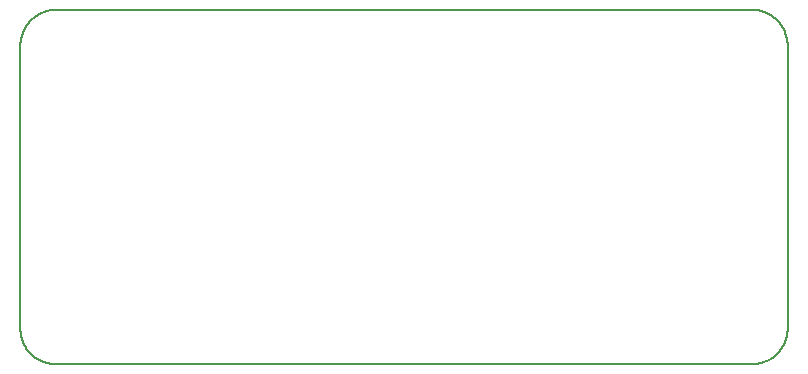
<source format=gm1>
G04 MADE WITH FRITZING*
G04 WWW.FRITZING.ORG*
G04 DOUBLE SIDED*
G04 HOLES PLATED*
G04 CONTOUR ON CENTER OF CONTOUR VECTOR*
%ASAXBY*%
%FSLAX23Y23*%
%MOIN*%
%OFA0B0*%
%SFA1.0B1.0*%
%ADD10C,0.008*%
%LNCONTOUR*%
G90*
G70*
G54D10*
X112Y1215D02*
X113Y1215D01*
X114Y1215D01*
X115Y1215D01*
X116Y1215D01*
X117Y1215D01*
X118Y1215D01*
X119Y1215D01*
X120Y1215D01*
X121Y1215D01*
X122Y1215D01*
X123Y1215D01*
X124Y1215D01*
X125Y1215D01*
X126Y1215D01*
X127Y1215D01*
X128Y1215D01*
X129Y1215D01*
X130Y1215D01*
X131Y1215D01*
X132Y1215D01*
X133Y1215D01*
X134Y1215D01*
X135Y1215D01*
X136Y1215D01*
X137Y1215D01*
X138Y1215D01*
X139Y1215D01*
X140Y1215D01*
X141Y1215D01*
X142Y1215D01*
X143Y1215D01*
X144Y1215D01*
X145Y1215D01*
X146Y1215D01*
X147Y1215D01*
X148Y1215D01*
X149Y1215D01*
X150Y1215D01*
X151Y1215D01*
X152Y1215D01*
X153Y1215D01*
X154Y1215D01*
X155Y1215D01*
X156Y1215D01*
X157Y1215D01*
X158Y1215D01*
X159Y1215D01*
X160Y1215D01*
X161Y1215D01*
X162Y1215D01*
X163Y1215D01*
X164Y1215D01*
X165Y1215D01*
X166Y1215D01*
X167Y1215D01*
X168Y1215D01*
X169Y1215D01*
X170Y1215D01*
X171Y1215D01*
X172Y1215D01*
X173Y1215D01*
X174Y1215D01*
X175Y1215D01*
X176Y1215D01*
X177Y1215D01*
X178Y1215D01*
X179Y1215D01*
X180Y1215D01*
X181Y1215D01*
X182Y1215D01*
X183Y1215D01*
X184Y1215D01*
X185Y1215D01*
X186Y1215D01*
X187Y1215D01*
X188Y1215D01*
X189Y1215D01*
X190Y1215D01*
X191Y1215D01*
X192Y1215D01*
X193Y1215D01*
X194Y1215D01*
X195Y1215D01*
X196Y1215D01*
X197Y1215D01*
X198Y1215D01*
X199Y1215D01*
X200Y1215D01*
X201Y1215D01*
X202Y1215D01*
X203Y1215D01*
X204Y1215D01*
X205Y1215D01*
X206Y1215D01*
X207Y1215D01*
X208Y1215D01*
X209Y1215D01*
X210Y1215D01*
X211Y1215D01*
X212Y1215D01*
X213Y1215D01*
X214Y1215D01*
X215Y1215D01*
X216Y1215D01*
X217Y1215D01*
X218Y1215D01*
X219Y1215D01*
X220Y1215D01*
X221Y1215D01*
X222Y1215D01*
X223Y1215D01*
X224Y1215D01*
X225Y1215D01*
X226Y1215D01*
X227Y1215D01*
X228Y1215D01*
X229Y1215D01*
X230Y1215D01*
X231Y1215D01*
X232Y1215D01*
X233Y1215D01*
X234Y1215D01*
X235Y1215D01*
X236Y1215D01*
X237Y1215D01*
X238Y1215D01*
X239Y1215D01*
X240Y1215D01*
X241Y1215D01*
X242Y1215D01*
X243Y1215D01*
X244Y1215D01*
X245Y1215D01*
X246Y1215D01*
X247Y1215D01*
X248Y1215D01*
X249Y1215D01*
X250Y1215D01*
X251Y1215D01*
X252Y1215D01*
X253Y1215D01*
X254Y1215D01*
X255Y1215D01*
X256Y1215D01*
X257Y1215D01*
X258Y1215D01*
X259Y1215D01*
X260Y1215D01*
X261Y1215D01*
X262Y1215D01*
X263Y1215D01*
X264Y1215D01*
X265Y1215D01*
X266Y1215D01*
X267Y1215D01*
X268Y1215D01*
X269Y1215D01*
X270Y1215D01*
X271Y1215D01*
X272Y1215D01*
X273Y1215D01*
X274Y1215D01*
X275Y1215D01*
X276Y1215D01*
X277Y1215D01*
X278Y1215D01*
X279Y1215D01*
X280Y1215D01*
X281Y1215D01*
X282Y1215D01*
X283Y1215D01*
X284Y1215D01*
X285Y1215D01*
X286Y1215D01*
X287Y1215D01*
X288Y1215D01*
X289Y1215D01*
X290Y1215D01*
X291Y1215D01*
X292Y1215D01*
X293Y1215D01*
X294Y1215D01*
X295Y1215D01*
X296Y1215D01*
X297Y1215D01*
X298Y1215D01*
X299Y1215D01*
X300Y1215D01*
X301Y1215D01*
X302Y1215D01*
X303Y1215D01*
X304Y1215D01*
X305Y1215D01*
X306Y1215D01*
X307Y1215D01*
X308Y1215D01*
X309Y1215D01*
X310Y1215D01*
X311Y1215D01*
X312Y1215D01*
X313Y1215D01*
X314Y1215D01*
X315Y1215D01*
X316Y1215D01*
X317Y1215D01*
X318Y1215D01*
X319Y1215D01*
X320Y1215D01*
X321Y1215D01*
X322Y1215D01*
X323Y1215D01*
X324Y1215D01*
X325Y1215D01*
X326Y1215D01*
X327Y1215D01*
X328Y1215D01*
X329Y1215D01*
X330Y1215D01*
X331Y1215D01*
X332Y1215D01*
X333Y1215D01*
X334Y1215D01*
X335Y1215D01*
X336Y1215D01*
X337Y1215D01*
X338Y1215D01*
X339Y1215D01*
X340Y1215D01*
X341Y1215D01*
X342Y1215D01*
X343Y1215D01*
X344Y1215D01*
X345Y1215D01*
X346Y1215D01*
X347Y1215D01*
X348Y1215D01*
X349Y1215D01*
X350Y1215D01*
X351Y1215D01*
X352Y1215D01*
X353Y1215D01*
X354Y1215D01*
X355Y1215D01*
X356Y1215D01*
X357Y1215D01*
X358Y1215D01*
X359Y1215D01*
X360Y1215D01*
X361Y1215D01*
X362Y1215D01*
X363Y1215D01*
X364Y1215D01*
X365Y1215D01*
X366Y1215D01*
X367Y1215D01*
X368Y1215D01*
X369Y1215D01*
X370Y1215D01*
X371Y1215D01*
X372Y1215D01*
X373Y1215D01*
X374Y1215D01*
X375Y1215D01*
X376Y1215D01*
X377Y1215D01*
X378Y1215D01*
X379Y1215D01*
X380Y1215D01*
X381Y1215D01*
X382Y1215D01*
X383Y1215D01*
X384Y1215D01*
X385Y1215D01*
X386Y1215D01*
X387Y1215D01*
X388Y1215D01*
X389Y1215D01*
X390Y1215D01*
X391Y1215D01*
X392Y1215D01*
X393Y1215D01*
X394Y1215D01*
X395Y1215D01*
X396Y1215D01*
X397Y1215D01*
X398Y1215D01*
X399Y1215D01*
X400Y1215D01*
X401Y1215D01*
X402Y1215D01*
X403Y1215D01*
X404Y1215D01*
X405Y1215D01*
X406Y1215D01*
X407Y1215D01*
X408Y1215D01*
X409Y1215D01*
X410Y1215D01*
X411Y1215D01*
X412Y1215D01*
X413Y1215D01*
X414Y1215D01*
X415Y1215D01*
X416Y1215D01*
X417Y1215D01*
X418Y1215D01*
X419Y1215D01*
X420Y1215D01*
X421Y1215D01*
X422Y1215D01*
X423Y1215D01*
X424Y1215D01*
X425Y1215D01*
X426Y1215D01*
X427Y1215D01*
X428Y1215D01*
X429Y1215D01*
X430Y1215D01*
X431Y1215D01*
X432Y1215D01*
X433Y1215D01*
X434Y1215D01*
X435Y1215D01*
X436Y1215D01*
X437Y1215D01*
X438Y1215D01*
X439Y1215D01*
X440Y1215D01*
X441Y1215D01*
X442Y1215D01*
X443Y1215D01*
X444Y1215D01*
X445Y1215D01*
X446Y1215D01*
X447Y1215D01*
X448Y1215D01*
X449Y1215D01*
X450Y1215D01*
X451Y1215D01*
X452Y1215D01*
X453Y1215D01*
X454Y1215D01*
X455Y1215D01*
X456Y1215D01*
X457Y1215D01*
X458Y1215D01*
X459Y1215D01*
X460Y1215D01*
X461Y1215D01*
X462Y1215D01*
X463Y1215D01*
X464Y1215D01*
X465Y1215D01*
X466Y1215D01*
X467Y1215D01*
X468Y1215D01*
X469Y1215D01*
X470Y1215D01*
X471Y1215D01*
X472Y1215D01*
X473Y1215D01*
X474Y1215D01*
X475Y1215D01*
X476Y1215D01*
X477Y1215D01*
X478Y1215D01*
X479Y1215D01*
X480Y1215D01*
X481Y1215D01*
X482Y1215D01*
X483Y1215D01*
X484Y1215D01*
X485Y1215D01*
X486Y1215D01*
X487Y1215D01*
X488Y1215D01*
X489Y1215D01*
X490Y1215D01*
X491Y1215D01*
X492Y1215D01*
X493Y1215D01*
X494Y1215D01*
X495Y1215D01*
X496Y1215D01*
X497Y1215D01*
X498Y1215D01*
X499Y1215D01*
X500Y1215D01*
X501Y1215D01*
X502Y1215D01*
X503Y1215D01*
X504Y1215D01*
X505Y1215D01*
X506Y1215D01*
X507Y1215D01*
X508Y1215D01*
X509Y1215D01*
X510Y1215D01*
X511Y1215D01*
X512Y1215D01*
X513Y1215D01*
X514Y1215D01*
X515Y1215D01*
X516Y1215D01*
X517Y1215D01*
X518Y1215D01*
X519Y1215D01*
X520Y1215D01*
X521Y1215D01*
X522Y1215D01*
X523Y1215D01*
X524Y1215D01*
X525Y1215D01*
X526Y1215D01*
X527Y1215D01*
X528Y1215D01*
X529Y1215D01*
X530Y1215D01*
X531Y1215D01*
X532Y1215D01*
X533Y1215D01*
X534Y1215D01*
X535Y1215D01*
X536Y1215D01*
X537Y1215D01*
X538Y1215D01*
X539Y1215D01*
X540Y1215D01*
X541Y1215D01*
X542Y1215D01*
X543Y1215D01*
X544Y1215D01*
X545Y1215D01*
X546Y1215D01*
X547Y1215D01*
X548Y1215D01*
X549Y1215D01*
X550Y1215D01*
X551Y1215D01*
X552Y1215D01*
X553Y1215D01*
X554Y1215D01*
X555Y1215D01*
X556Y1215D01*
X557Y1215D01*
X558Y1215D01*
X559Y1215D01*
X560Y1215D01*
X561Y1215D01*
X562Y1215D01*
X563Y1215D01*
X564Y1215D01*
X565Y1215D01*
X566Y1215D01*
X567Y1215D01*
X568Y1215D01*
X569Y1215D01*
X570Y1215D01*
X571Y1215D01*
X572Y1215D01*
X573Y1215D01*
X574Y1215D01*
X575Y1215D01*
X576Y1215D01*
X577Y1215D01*
X578Y1215D01*
X579Y1215D01*
X580Y1215D01*
X581Y1215D01*
X582Y1215D01*
X583Y1215D01*
X584Y1215D01*
X585Y1215D01*
X586Y1215D01*
X587Y1215D01*
X588Y1215D01*
X589Y1215D01*
X590Y1215D01*
X591Y1215D01*
X592Y1215D01*
X593Y1215D01*
X594Y1215D01*
X595Y1215D01*
X596Y1215D01*
X597Y1215D01*
X598Y1215D01*
X599Y1215D01*
X600Y1215D01*
X601Y1215D01*
X602Y1215D01*
X603Y1215D01*
X604Y1215D01*
X605Y1215D01*
X606Y1215D01*
X607Y1215D01*
X608Y1215D01*
X609Y1215D01*
X610Y1215D01*
X611Y1215D01*
X612Y1215D01*
X613Y1215D01*
X614Y1215D01*
X615Y1215D01*
X616Y1215D01*
X617Y1215D01*
X618Y1215D01*
X619Y1215D01*
X620Y1215D01*
X621Y1215D01*
X622Y1215D01*
X623Y1215D01*
X624Y1215D01*
X625Y1215D01*
X626Y1215D01*
X627Y1215D01*
X628Y1215D01*
X629Y1215D01*
X630Y1215D01*
X631Y1215D01*
X632Y1215D01*
X633Y1215D01*
X634Y1215D01*
X635Y1215D01*
X636Y1215D01*
X637Y1215D01*
X638Y1215D01*
X639Y1215D01*
X640Y1215D01*
X641Y1215D01*
X642Y1215D01*
X643Y1215D01*
X644Y1215D01*
X645Y1215D01*
X646Y1215D01*
X647Y1215D01*
X648Y1215D01*
X649Y1215D01*
X650Y1215D01*
X651Y1215D01*
X652Y1215D01*
X653Y1215D01*
X654Y1215D01*
X655Y1215D01*
X656Y1215D01*
X657Y1215D01*
X658Y1215D01*
X659Y1215D01*
X660Y1215D01*
X661Y1215D01*
X662Y1215D01*
X663Y1215D01*
X664Y1215D01*
X665Y1215D01*
X666Y1215D01*
X667Y1215D01*
X668Y1215D01*
X669Y1215D01*
X670Y1215D01*
X671Y1215D01*
X672Y1215D01*
X673Y1215D01*
X674Y1215D01*
X675Y1215D01*
X676Y1215D01*
X677Y1215D01*
X678Y1215D01*
X679Y1215D01*
X680Y1215D01*
X681Y1215D01*
X682Y1215D01*
X683Y1215D01*
X684Y1215D01*
X685Y1215D01*
X686Y1215D01*
X687Y1215D01*
X688Y1215D01*
X689Y1215D01*
X690Y1215D01*
X691Y1215D01*
X692Y1215D01*
X693Y1215D01*
X694Y1215D01*
X695Y1215D01*
X696Y1215D01*
X697Y1215D01*
X698Y1215D01*
X699Y1215D01*
X700Y1215D01*
X701Y1215D01*
X702Y1215D01*
X703Y1215D01*
X704Y1215D01*
X705Y1215D01*
X706Y1215D01*
X707Y1215D01*
X708Y1215D01*
X709Y1215D01*
X710Y1215D01*
X711Y1215D01*
X712Y1215D01*
X713Y1215D01*
X714Y1215D01*
X715Y1215D01*
X716Y1215D01*
X717Y1215D01*
X718Y1215D01*
X719Y1215D01*
X720Y1215D01*
X721Y1215D01*
X722Y1215D01*
X723Y1215D01*
X724Y1215D01*
X725Y1215D01*
X726Y1215D01*
X727Y1215D01*
X728Y1215D01*
X729Y1215D01*
X730Y1215D01*
X731Y1215D01*
X732Y1215D01*
X733Y1215D01*
X734Y1215D01*
X735Y1215D01*
X736Y1215D01*
X737Y1215D01*
X738Y1215D01*
X739Y1215D01*
X740Y1215D01*
X741Y1215D01*
X742Y1215D01*
X743Y1215D01*
X744Y1215D01*
X745Y1215D01*
X746Y1215D01*
X747Y1215D01*
X748Y1215D01*
X749Y1215D01*
X750Y1215D01*
X751Y1215D01*
X752Y1215D01*
X753Y1215D01*
X754Y1215D01*
X755Y1215D01*
X756Y1215D01*
X757Y1215D01*
X758Y1215D01*
X759Y1215D01*
X760Y1215D01*
X761Y1215D01*
X762Y1215D01*
X763Y1215D01*
X764Y1215D01*
X765Y1215D01*
X766Y1215D01*
X767Y1215D01*
X768Y1215D01*
X769Y1215D01*
X770Y1215D01*
X771Y1215D01*
X772Y1215D01*
X773Y1215D01*
X774Y1215D01*
X775Y1215D01*
X776Y1215D01*
X777Y1215D01*
X778Y1215D01*
X779Y1215D01*
X780Y1215D01*
X781Y1215D01*
X782Y1215D01*
X783Y1215D01*
X784Y1215D01*
X785Y1215D01*
X786Y1215D01*
X787Y1215D01*
X788Y1215D01*
X789Y1215D01*
X790Y1215D01*
X791Y1215D01*
X792Y1215D01*
X793Y1215D01*
X794Y1215D01*
X795Y1215D01*
X796Y1215D01*
X797Y1215D01*
X798Y1215D01*
X799Y1215D01*
X800Y1215D01*
X801Y1215D01*
X802Y1215D01*
X803Y1215D01*
X804Y1215D01*
X805Y1215D01*
X806Y1215D01*
X807Y1215D01*
X808Y1215D01*
X809Y1215D01*
X810Y1215D01*
X811Y1215D01*
X812Y1215D01*
X813Y1215D01*
X814Y1215D01*
X815Y1215D01*
X816Y1215D01*
X817Y1215D01*
X818Y1215D01*
X819Y1215D01*
X820Y1215D01*
X821Y1215D01*
X822Y1215D01*
X823Y1215D01*
X824Y1215D01*
X825Y1215D01*
X826Y1215D01*
X827Y1215D01*
X828Y1215D01*
X829Y1215D01*
X830Y1215D01*
X831Y1215D01*
X832Y1215D01*
X833Y1215D01*
X834Y1215D01*
X835Y1215D01*
X836Y1215D01*
X837Y1215D01*
X838Y1215D01*
X839Y1215D01*
X840Y1215D01*
X841Y1215D01*
X842Y1215D01*
X843Y1215D01*
X844Y1215D01*
X845Y1215D01*
X846Y1215D01*
X847Y1215D01*
X848Y1215D01*
X849Y1215D01*
X850Y1215D01*
X851Y1215D01*
X852Y1215D01*
X853Y1215D01*
X854Y1215D01*
X855Y1215D01*
X856Y1215D01*
X857Y1215D01*
X858Y1215D01*
X859Y1215D01*
X860Y1215D01*
X861Y1215D01*
X862Y1215D01*
X863Y1215D01*
X864Y1215D01*
X865Y1215D01*
X866Y1215D01*
X867Y1215D01*
X868Y1215D01*
X869Y1215D01*
X870Y1215D01*
X871Y1215D01*
X872Y1215D01*
X873Y1215D01*
X874Y1215D01*
X875Y1215D01*
X876Y1215D01*
X877Y1215D01*
X878Y1215D01*
X879Y1215D01*
X880Y1215D01*
X881Y1215D01*
X882Y1215D01*
X883Y1215D01*
X884Y1215D01*
X885Y1215D01*
X886Y1215D01*
X887Y1215D01*
X888Y1215D01*
X889Y1215D01*
X890Y1215D01*
X891Y1215D01*
X892Y1215D01*
X893Y1215D01*
X894Y1215D01*
X895Y1215D01*
X896Y1215D01*
X897Y1215D01*
X898Y1215D01*
X899Y1215D01*
X900Y1215D01*
X901Y1215D01*
X902Y1215D01*
X903Y1215D01*
X904Y1215D01*
X905Y1215D01*
X906Y1215D01*
X907Y1215D01*
X908Y1215D01*
X909Y1215D01*
X910Y1215D01*
X911Y1215D01*
X912Y1215D01*
X913Y1215D01*
X914Y1215D01*
X915Y1215D01*
X916Y1215D01*
X917Y1215D01*
X918Y1215D01*
X919Y1215D01*
X920Y1215D01*
X921Y1215D01*
X922Y1215D01*
X923Y1215D01*
X924Y1215D01*
X925Y1215D01*
X926Y1215D01*
X927Y1215D01*
X928Y1215D01*
X929Y1215D01*
X930Y1215D01*
X931Y1215D01*
X932Y1215D01*
X933Y1215D01*
X934Y1215D01*
X935Y1215D01*
X936Y1215D01*
X937Y1215D01*
X938Y1215D01*
X939Y1215D01*
X940Y1215D01*
X941Y1215D01*
X942Y1215D01*
X943Y1215D01*
X944Y1215D01*
X945Y1215D01*
X946Y1215D01*
X947Y1215D01*
X948Y1215D01*
X949Y1215D01*
X950Y1215D01*
X951Y1215D01*
X952Y1215D01*
X953Y1215D01*
X954Y1215D01*
X955Y1215D01*
X956Y1215D01*
X957Y1215D01*
X958Y1215D01*
X959Y1215D01*
X960Y1215D01*
X961Y1215D01*
X962Y1215D01*
X963Y1215D01*
X964Y1215D01*
X965Y1215D01*
X966Y1215D01*
X967Y1215D01*
X968Y1215D01*
X969Y1215D01*
X970Y1215D01*
X971Y1215D01*
X972Y1215D01*
X973Y1215D01*
X974Y1215D01*
X975Y1215D01*
X976Y1215D01*
X977Y1215D01*
X978Y1215D01*
X979Y1215D01*
X980Y1215D01*
X981Y1215D01*
X982Y1215D01*
X983Y1215D01*
X984Y1215D01*
X985Y1215D01*
X986Y1215D01*
X987Y1215D01*
X988Y1215D01*
X989Y1215D01*
X990Y1215D01*
X991Y1215D01*
X992Y1215D01*
X993Y1215D01*
X994Y1215D01*
X995Y1215D01*
X996Y1215D01*
X997Y1215D01*
X998Y1215D01*
X999Y1215D01*
X1000Y1215D01*
X1001Y1215D01*
X1002Y1215D01*
X1003Y1215D01*
X1004Y1215D01*
X1005Y1215D01*
X1006Y1215D01*
X1007Y1215D01*
X1008Y1215D01*
X1009Y1215D01*
X1010Y1215D01*
X1011Y1215D01*
X1012Y1215D01*
X1013Y1215D01*
X1014Y1215D01*
X1015Y1215D01*
X1016Y1215D01*
X1017Y1215D01*
X1018Y1215D01*
X1019Y1215D01*
X1020Y1215D01*
X1021Y1215D01*
X1022Y1215D01*
X1023Y1215D01*
X1024Y1215D01*
X1025Y1215D01*
X1026Y1215D01*
X1027Y1215D01*
X1028Y1215D01*
X1029Y1215D01*
X1030Y1215D01*
X1031Y1215D01*
X1032Y1215D01*
X1033Y1215D01*
X1034Y1215D01*
X1035Y1215D01*
X1036Y1215D01*
X1037Y1215D01*
X1038Y1215D01*
X1039Y1215D01*
X1040Y1215D01*
X1041Y1215D01*
X1042Y1215D01*
X1043Y1215D01*
X1044Y1215D01*
X1045Y1215D01*
X1046Y1215D01*
X1047Y1215D01*
X1048Y1215D01*
X1049Y1215D01*
X1050Y1215D01*
X1051Y1215D01*
X1052Y1215D01*
X1053Y1215D01*
X1054Y1215D01*
X1055Y1215D01*
X1056Y1215D01*
X1057Y1215D01*
X1058Y1215D01*
X1059Y1215D01*
X1060Y1215D01*
X1061Y1215D01*
X1062Y1215D01*
X1063Y1215D01*
X1064Y1215D01*
X1065Y1215D01*
X1066Y1215D01*
X1067Y1215D01*
X1068Y1215D01*
X1069Y1215D01*
X1070Y1215D01*
X1071Y1215D01*
X1072Y1215D01*
X1073Y1215D01*
X1074Y1215D01*
X1075Y1215D01*
X1076Y1215D01*
X1077Y1215D01*
X1078Y1215D01*
X1079Y1215D01*
X1080Y1215D01*
X1081Y1215D01*
X1082Y1215D01*
X1083Y1215D01*
X1084Y1215D01*
X1085Y1215D01*
X1086Y1215D01*
X1087Y1215D01*
X1088Y1215D01*
X1089Y1215D01*
X1090Y1215D01*
X1091Y1215D01*
X1092Y1215D01*
X1093Y1215D01*
X1094Y1215D01*
X1095Y1215D01*
X1096Y1215D01*
X1097Y1215D01*
X1098Y1215D01*
X1099Y1215D01*
X1100Y1215D01*
X1101Y1215D01*
X1102Y1215D01*
X1103Y1215D01*
X1104Y1215D01*
X1105Y1215D01*
X1106Y1215D01*
X1107Y1215D01*
X1108Y1215D01*
X1109Y1215D01*
X1110Y1215D01*
X1111Y1215D01*
X1112Y1215D01*
X1113Y1215D01*
X1114Y1215D01*
X1115Y1215D01*
X1116Y1215D01*
X1117Y1215D01*
X1118Y1215D01*
X1119Y1215D01*
X1120Y1215D01*
X1121Y1215D01*
X1122Y1215D01*
X1123Y1215D01*
X1124Y1215D01*
X1125Y1215D01*
X1126Y1215D01*
X1127Y1215D01*
X1128Y1215D01*
X1129Y1215D01*
X1130Y1215D01*
X1131Y1215D01*
X1132Y1215D01*
X1133Y1215D01*
X1134Y1215D01*
X1135Y1215D01*
X1136Y1215D01*
X1137Y1215D01*
X1138Y1215D01*
X1139Y1215D01*
X1140Y1215D01*
X1141Y1215D01*
X1142Y1215D01*
X1143Y1215D01*
X1144Y1215D01*
X1145Y1215D01*
X1146Y1215D01*
X1147Y1215D01*
X1148Y1215D01*
X1149Y1215D01*
X1150Y1215D01*
X1151Y1215D01*
X1152Y1215D01*
X1153Y1215D01*
X1154Y1215D01*
X1155Y1215D01*
X1156Y1215D01*
X1157Y1215D01*
X1158Y1215D01*
X1159Y1215D01*
X1160Y1215D01*
X1161Y1215D01*
X1162Y1215D01*
X1163Y1215D01*
X1164Y1215D01*
X1165Y1215D01*
X1166Y1215D01*
X1167Y1215D01*
X1168Y1215D01*
X1169Y1215D01*
X1170Y1215D01*
X1171Y1215D01*
X1172Y1215D01*
X1173Y1215D01*
X1174Y1215D01*
X1175Y1215D01*
X1176Y1215D01*
X1177Y1215D01*
X1178Y1215D01*
X1179Y1215D01*
X1180Y1215D01*
X1181Y1215D01*
X1182Y1215D01*
X1183Y1215D01*
X1184Y1215D01*
X1185Y1215D01*
X1186Y1215D01*
X1187Y1215D01*
X1188Y1215D01*
X1189Y1215D01*
X1190Y1215D01*
X1191Y1215D01*
X1192Y1215D01*
X1193Y1215D01*
X1194Y1215D01*
X1195Y1215D01*
X1196Y1215D01*
X1197Y1215D01*
X1198Y1215D01*
X1199Y1215D01*
X1200Y1215D01*
X1201Y1215D01*
X1202Y1215D01*
X1203Y1215D01*
X1204Y1215D01*
X1205Y1215D01*
X1206Y1215D01*
X1207Y1215D01*
X1208Y1215D01*
X1209Y1215D01*
X1210Y1215D01*
X1211Y1215D01*
X1212Y1215D01*
X1213Y1215D01*
X1214Y1215D01*
X1215Y1215D01*
X1216Y1215D01*
X1217Y1215D01*
X1218Y1215D01*
X1219Y1215D01*
X1220Y1215D01*
X1221Y1215D01*
X1222Y1215D01*
X1223Y1215D01*
X1224Y1215D01*
X1225Y1215D01*
X1226Y1215D01*
X1227Y1215D01*
X1228Y1215D01*
X1229Y1215D01*
X1230Y1215D01*
X1231Y1215D01*
X1232Y1215D01*
X1233Y1215D01*
X1234Y1215D01*
X1235Y1215D01*
X1236Y1215D01*
X1237Y1215D01*
X1238Y1215D01*
X1239Y1215D01*
X1240Y1215D01*
X1241Y1215D01*
X1242Y1215D01*
X1243Y1215D01*
X1244Y1215D01*
X1245Y1215D01*
X1246Y1215D01*
X1247Y1215D01*
X1248Y1215D01*
X1249Y1215D01*
X1250Y1215D01*
X1251Y1215D01*
X1252Y1215D01*
X1253Y1215D01*
X1254Y1215D01*
X1255Y1215D01*
X1256Y1215D01*
X1257Y1215D01*
X1258Y1215D01*
X1259Y1215D01*
X1260Y1215D01*
X1261Y1215D01*
X1262Y1215D01*
X1263Y1215D01*
X1264Y1215D01*
X1265Y1215D01*
X1266Y1215D01*
X1267Y1215D01*
X1268Y1215D01*
X1269Y1215D01*
X1270Y1215D01*
X1271Y1215D01*
X1272Y1215D01*
X1273Y1215D01*
X1274Y1215D01*
X1275Y1215D01*
X1276Y1215D01*
X1277Y1215D01*
X1278Y1215D01*
X1279Y1215D01*
X1280Y1215D01*
X1281Y1215D01*
X1282Y1215D01*
X1283Y1215D01*
X1284Y1215D01*
X1285Y1215D01*
X1286Y1215D01*
X1287Y1215D01*
X1288Y1215D01*
X1289Y1215D01*
X1290Y1215D01*
X1291Y1215D01*
X1292Y1215D01*
X1293Y1215D01*
X1294Y1215D01*
X1295Y1215D01*
X1296Y1215D01*
X1297Y1215D01*
X1298Y1215D01*
X1299Y1215D01*
X1300Y1215D01*
X1301Y1215D01*
X1302Y1215D01*
X1303Y1215D01*
X1304Y1215D01*
X1305Y1215D01*
X1306Y1215D01*
X1307Y1215D01*
X1308Y1215D01*
X1309Y1215D01*
X1310Y1215D01*
X1311Y1215D01*
X1312Y1215D01*
X1313Y1215D01*
X1314Y1215D01*
X1315Y1215D01*
X1316Y1215D01*
X1317Y1215D01*
X1318Y1215D01*
X1319Y1215D01*
X1320Y1215D01*
X1321Y1215D01*
X1322Y1215D01*
X1323Y1215D01*
X1324Y1215D01*
X1325Y1215D01*
X1326Y1215D01*
X1327Y1215D01*
X1328Y1215D01*
X1329Y1215D01*
X1330Y1215D01*
X1331Y1215D01*
X1332Y1215D01*
X1333Y1215D01*
X1334Y1215D01*
X1335Y1215D01*
X1336Y1215D01*
X1337Y1215D01*
X1338Y1215D01*
X1339Y1215D01*
X1340Y1215D01*
X1341Y1215D01*
X1342Y1215D01*
X1343Y1215D01*
X1344Y1215D01*
X1345Y1215D01*
X1346Y1215D01*
X1347Y1215D01*
X1348Y1215D01*
X1349Y1215D01*
X1350Y1215D01*
X1351Y1215D01*
X1352Y1215D01*
X1353Y1215D01*
X1354Y1215D01*
X1355Y1215D01*
X1356Y1215D01*
X1357Y1215D01*
X1358Y1215D01*
X1359Y1215D01*
X1360Y1215D01*
X1361Y1215D01*
X1362Y1215D01*
X1363Y1215D01*
X1364Y1215D01*
X1365Y1215D01*
X1366Y1215D01*
X1367Y1215D01*
X1368Y1215D01*
X1369Y1215D01*
X1370Y1215D01*
X1371Y1215D01*
X1372Y1215D01*
X1373Y1215D01*
X1374Y1215D01*
X1375Y1215D01*
X1376Y1215D01*
X1377Y1215D01*
X1378Y1215D01*
X1379Y1215D01*
X1380Y1215D01*
X1381Y1215D01*
X1382Y1215D01*
X1383Y1215D01*
X1384Y1215D01*
X1385Y1215D01*
X1386Y1215D01*
X1387Y1215D01*
X1388Y1215D01*
X1389Y1215D01*
X1390Y1215D01*
X1391Y1215D01*
X1392Y1215D01*
X1393Y1215D01*
X1394Y1215D01*
X1395Y1215D01*
X1396Y1215D01*
X1397Y1215D01*
X1398Y1215D01*
X1399Y1215D01*
X1400Y1215D01*
X1401Y1215D01*
X1402Y1215D01*
X1403Y1215D01*
X1404Y1215D01*
X1405Y1215D01*
X1406Y1215D01*
X1407Y1215D01*
X1408Y1215D01*
X1409Y1215D01*
X1410Y1215D01*
X1411Y1215D01*
X1412Y1215D01*
X1413Y1215D01*
X1414Y1215D01*
X1415Y1215D01*
X1416Y1215D01*
X1417Y1215D01*
X1418Y1215D01*
X1419Y1215D01*
X1420Y1215D01*
X1421Y1215D01*
X1422Y1215D01*
X1423Y1215D01*
X1424Y1215D01*
X1425Y1215D01*
X1426Y1215D01*
X1427Y1215D01*
X1428Y1215D01*
X1429Y1215D01*
X1430Y1215D01*
X1431Y1215D01*
X1432Y1215D01*
X1433Y1215D01*
X1434Y1215D01*
X1435Y1215D01*
X1436Y1215D01*
X1437Y1215D01*
X1438Y1215D01*
X1439Y1215D01*
X1440Y1215D01*
X1441Y1215D01*
X1442Y1215D01*
X1443Y1215D01*
X1444Y1215D01*
X1445Y1215D01*
X1446Y1215D01*
X1447Y1215D01*
X1448Y1215D01*
X1449Y1215D01*
X1450Y1215D01*
X1451Y1215D01*
X1452Y1215D01*
X1453Y1215D01*
X1454Y1215D01*
X1455Y1215D01*
X1456Y1215D01*
X1457Y1215D01*
X1458Y1215D01*
X1459Y1215D01*
X1460Y1215D01*
X1461Y1215D01*
X1462Y1215D01*
X1463Y1215D01*
X1464Y1215D01*
X1465Y1215D01*
X1466Y1215D01*
X1467Y1215D01*
X1468Y1215D01*
X1469Y1215D01*
X1470Y1215D01*
X1471Y1215D01*
X1472Y1215D01*
X1473Y1215D01*
X1474Y1215D01*
X1475Y1215D01*
X1476Y1215D01*
X1477Y1215D01*
X1478Y1215D01*
X1479Y1215D01*
X1480Y1215D01*
X1481Y1215D01*
X1482Y1215D01*
X1483Y1215D01*
X1484Y1215D01*
X1485Y1215D01*
X1486Y1215D01*
X1487Y1215D01*
X1488Y1215D01*
X1489Y1215D01*
X1490Y1215D01*
X1491Y1215D01*
X1492Y1215D01*
X1493Y1215D01*
X1494Y1215D01*
X1495Y1215D01*
X1496Y1215D01*
X1497Y1215D01*
X1498Y1215D01*
X1499Y1215D01*
X1500Y1215D01*
X1501Y1215D01*
X1502Y1215D01*
X1503Y1215D01*
X1504Y1215D01*
X1505Y1215D01*
X1506Y1215D01*
X1507Y1215D01*
X1508Y1215D01*
X1509Y1215D01*
X1510Y1215D01*
X1511Y1215D01*
X1512Y1215D01*
X1513Y1215D01*
X1514Y1215D01*
X1515Y1215D01*
X1516Y1215D01*
X1517Y1215D01*
X1518Y1215D01*
X1519Y1215D01*
X1520Y1215D01*
X1521Y1215D01*
X1522Y1215D01*
X1523Y1215D01*
X1524Y1215D01*
X1525Y1215D01*
X1526Y1215D01*
X1527Y1215D01*
X1528Y1215D01*
X1529Y1215D01*
X1530Y1215D01*
X1531Y1215D01*
X1532Y1215D01*
X1533Y1215D01*
X1534Y1215D01*
X1535Y1215D01*
X1536Y1215D01*
X1537Y1215D01*
X1538Y1215D01*
X1539Y1215D01*
X1540Y1215D01*
X1541Y1215D01*
X1542Y1215D01*
X1543Y1215D01*
X1544Y1215D01*
X1545Y1215D01*
X1546Y1215D01*
X1547Y1215D01*
X1548Y1215D01*
X1549Y1215D01*
X1550Y1215D01*
X1551Y1215D01*
X1552Y1215D01*
X1553Y1215D01*
X1554Y1215D01*
X1555Y1215D01*
X1556Y1215D01*
X1557Y1215D01*
X1558Y1215D01*
X1559Y1215D01*
X1560Y1215D01*
X1561Y1215D01*
X1562Y1215D01*
X1563Y1215D01*
X1564Y1215D01*
X1565Y1215D01*
X1566Y1215D01*
X1567Y1215D01*
X1568Y1215D01*
X1569Y1215D01*
X1570Y1215D01*
X1571Y1215D01*
X1572Y1215D01*
X1573Y1215D01*
X1574Y1215D01*
X1575Y1215D01*
X1576Y1215D01*
X1577Y1215D01*
X1578Y1215D01*
X1579Y1215D01*
X1580Y1215D01*
X1581Y1215D01*
X1582Y1215D01*
X1583Y1215D01*
X1584Y1215D01*
X1585Y1215D01*
X1586Y1215D01*
X1587Y1215D01*
X1588Y1215D01*
X1589Y1215D01*
X1590Y1215D01*
X1591Y1215D01*
X1592Y1215D01*
X1593Y1215D01*
X1594Y1215D01*
X1595Y1215D01*
X1596Y1215D01*
X1597Y1215D01*
X1598Y1215D01*
X1599Y1215D01*
X1600Y1215D01*
X1601Y1215D01*
X1602Y1215D01*
X1603Y1215D01*
X1604Y1215D01*
X1605Y1215D01*
X1606Y1215D01*
X1607Y1215D01*
X1608Y1215D01*
X1609Y1215D01*
X1610Y1215D01*
X1611Y1215D01*
X1612Y1215D01*
X1613Y1215D01*
X1614Y1215D01*
X1615Y1215D01*
X1616Y1215D01*
X1617Y1215D01*
X1618Y1215D01*
X1619Y1215D01*
X1620Y1215D01*
X1621Y1215D01*
X1622Y1215D01*
X1623Y1215D01*
X1624Y1215D01*
X1625Y1215D01*
X1626Y1215D01*
X1627Y1215D01*
X1628Y1215D01*
X1629Y1215D01*
X1630Y1215D01*
X1631Y1215D01*
X1632Y1215D01*
X1633Y1215D01*
X1634Y1215D01*
X1635Y1215D01*
X1636Y1215D01*
X1637Y1215D01*
X1638Y1215D01*
X1639Y1215D01*
X1640Y1215D01*
X1641Y1215D01*
X1642Y1215D01*
X1643Y1215D01*
X1644Y1215D01*
X1645Y1215D01*
X1646Y1215D01*
X1647Y1215D01*
X1648Y1215D01*
X1649Y1215D01*
X1650Y1215D01*
X1651Y1215D01*
X1652Y1215D01*
X1653Y1215D01*
X1654Y1215D01*
X1655Y1215D01*
X1656Y1215D01*
X1657Y1215D01*
X1658Y1215D01*
X1659Y1215D01*
X1660Y1215D01*
X1661Y1215D01*
X1662Y1215D01*
X1663Y1215D01*
X1664Y1215D01*
X1665Y1215D01*
X1666Y1215D01*
X1667Y1215D01*
X1668Y1215D01*
X1669Y1215D01*
X1670Y1215D01*
X1671Y1215D01*
X1672Y1215D01*
X1673Y1215D01*
X1674Y1215D01*
X1675Y1215D01*
X1676Y1215D01*
X1677Y1215D01*
X1678Y1215D01*
X1679Y1215D01*
X1680Y1215D01*
X1681Y1215D01*
X1682Y1215D01*
X1683Y1215D01*
X1684Y1215D01*
X1685Y1215D01*
X1686Y1215D01*
X1687Y1215D01*
X1688Y1215D01*
X1689Y1215D01*
X1690Y1215D01*
X1691Y1215D01*
X1692Y1215D01*
X1693Y1215D01*
X1694Y1215D01*
X1695Y1215D01*
X1696Y1215D01*
X1697Y1215D01*
X1698Y1215D01*
X1699Y1215D01*
X1700Y1215D01*
X1701Y1215D01*
X1702Y1215D01*
X1703Y1215D01*
X1704Y1215D01*
X1705Y1215D01*
X1706Y1215D01*
X1707Y1215D01*
X1708Y1215D01*
X1709Y1215D01*
X1710Y1215D01*
X1711Y1215D01*
X1712Y1215D01*
X1713Y1215D01*
X1714Y1215D01*
X1715Y1215D01*
X1716Y1215D01*
X1717Y1215D01*
X1718Y1215D01*
X1719Y1215D01*
X1720Y1215D01*
X1721Y1215D01*
X1722Y1215D01*
X1723Y1215D01*
X1724Y1215D01*
X1725Y1215D01*
X1726Y1215D01*
X1727Y1215D01*
X1728Y1215D01*
X1729Y1215D01*
X1730Y1215D01*
X1731Y1215D01*
X1732Y1215D01*
X1733Y1215D01*
X1734Y1215D01*
X1735Y1215D01*
X1736Y1215D01*
X1737Y1215D01*
X1738Y1215D01*
X1739Y1215D01*
X1740Y1215D01*
X1741Y1215D01*
X1742Y1215D01*
X1743Y1215D01*
X1744Y1215D01*
X1745Y1215D01*
X1746Y1215D01*
X1747Y1215D01*
X1748Y1215D01*
X1749Y1215D01*
X1750Y1215D01*
X1751Y1215D01*
X1752Y1215D01*
X1753Y1215D01*
X1754Y1215D01*
X1755Y1215D01*
X1756Y1215D01*
X1757Y1215D01*
X1758Y1215D01*
X1759Y1215D01*
X1760Y1215D01*
X1761Y1215D01*
X1762Y1215D01*
X1763Y1215D01*
X1764Y1215D01*
X1765Y1215D01*
X1766Y1215D01*
X1767Y1215D01*
X1768Y1215D01*
X1769Y1215D01*
X1770Y1215D01*
X1771Y1215D01*
X1772Y1215D01*
X1773Y1215D01*
X1774Y1215D01*
X1775Y1215D01*
X1776Y1215D01*
X1777Y1215D01*
X1778Y1215D01*
X1779Y1215D01*
X1780Y1215D01*
X1781Y1215D01*
X1782Y1215D01*
X1783Y1215D01*
X1784Y1215D01*
X1785Y1215D01*
X1786Y1215D01*
X1787Y1215D01*
X1788Y1215D01*
X1789Y1215D01*
X1790Y1215D01*
X1791Y1215D01*
X1792Y1215D01*
X1793Y1215D01*
X1794Y1215D01*
X1795Y1215D01*
X1796Y1215D01*
X1797Y1215D01*
X1798Y1215D01*
X1799Y1215D01*
X1800Y1215D01*
X1801Y1215D01*
X1802Y1215D01*
X1803Y1215D01*
X1804Y1215D01*
X1805Y1215D01*
X1806Y1215D01*
X1807Y1215D01*
X1808Y1215D01*
X1809Y1215D01*
X1810Y1215D01*
X1811Y1215D01*
X1812Y1215D01*
X1813Y1215D01*
X1814Y1215D01*
X1815Y1215D01*
X1816Y1215D01*
X1817Y1215D01*
X1818Y1215D01*
X1819Y1215D01*
X1820Y1215D01*
X1821Y1215D01*
X1822Y1215D01*
X1823Y1215D01*
X1824Y1215D01*
X1825Y1215D01*
X1826Y1215D01*
X1827Y1215D01*
X1828Y1215D01*
X1829Y1215D01*
X1830Y1215D01*
X1831Y1215D01*
X1832Y1215D01*
X1833Y1215D01*
X1834Y1215D01*
X1835Y1215D01*
X1836Y1215D01*
X1837Y1215D01*
X1838Y1215D01*
X1839Y1215D01*
X1840Y1215D01*
X1841Y1215D01*
X1842Y1215D01*
X1843Y1215D01*
X1844Y1215D01*
X1845Y1215D01*
X1846Y1215D01*
X1847Y1215D01*
X1848Y1215D01*
X1849Y1215D01*
X1850Y1215D01*
X1851Y1215D01*
X1852Y1215D01*
X1853Y1215D01*
X1854Y1215D01*
X1855Y1215D01*
X1856Y1215D01*
X1857Y1215D01*
X1858Y1215D01*
X1859Y1215D01*
X1860Y1215D01*
X1861Y1215D01*
X1862Y1215D01*
X1863Y1215D01*
X1864Y1215D01*
X1865Y1215D01*
X1866Y1215D01*
X1867Y1215D01*
X1868Y1215D01*
X1869Y1215D01*
X1870Y1215D01*
X1871Y1215D01*
X1872Y1215D01*
X1873Y1215D01*
X1874Y1215D01*
X1875Y1215D01*
X1876Y1215D01*
X1877Y1215D01*
X1878Y1215D01*
X1879Y1215D01*
X1880Y1215D01*
X1881Y1215D01*
X1882Y1215D01*
X1883Y1215D01*
X1884Y1215D01*
X1885Y1215D01*
X1886Y1215D01*
X1887Y1215D01*
X1888Y1215D01*
X1889Y1215D01*
X1890Y1215D01*
X1891Y1215D01*
X1892Y1215D01*
X1893Y1215D01*
X1894Y1215D01*
X1895Y1215D01*
X1896Y1215D01*
X1897Y1215D01*
X1898Y1215D01*
X1899Y1215D01*
X1900Y1215D01*
X1901Y1215D01*
X1902Y1215D01*
X1903Y1215D01*
X1904Y1215D01*
X1905Y1215D01*
X1906Y1215D01*
X1907Y1215D01*
X1908Y1215D01*
X1909Y1215D01*
X1910Y1215D01*
X1911Y1215D01*
X1912Y1215D01*
X1913Y1215D01*
X1914Y1215D01*
X1915Y1215D01*
X1916Y1215D01*
X1917Y1215D01*
X1918Y1215D01*
X1919Y1215D01*
X1920Y1215D01*
X1921Y1215D01*
X1922Y1215D01*
X1923Y1215D01*
X1924Y1215D01*
X1925Y1215D01*
X1926Y1215D01*
X1927Y1215D01*
X1928Y1215D01*
X1929Y1215D01*
X1930Y1215D01*
X1931Y1215D01*
X1932Y1215D01*
X1933Y1215D01*
X1934Y1215D01*
X1935Y1215D01*
X1936Y1215D01*
X1937Y1215D01*
X1938Y1215D01*
X1939Y1215D01*
X1940Y1215D01*
X1941Y1215D01*
X1942Y1215D01*
X1943Y1215D01*
X1944Y1215D01*
X1945Y1215D01*
X1946Y1215D01*
X1947Y1215D01*
X1948Y1215D01*
X1949Y1215D01*
X1950Y1215D01*
X1951Y1215D01*
X1952Y1215D01*
X1953Y1215D01*
X1954Y1215D01*
X1955Y1215D01*
X1956Y1215D01*
X1957Y1215D01*
X1958Y1215D01*
X1959Y1215D01*
X1960Y1215D01*
X1961Y1215D01*
X1962Y1215D01*
X1963Y1215D01*
X1964Y1215D01*
X1965Y1215D01*
X1966Y1215D01*
X1967Y1215D01*
X1968Y1215D01*
X1969Y1215D01*
X1970Y1215D01*
X1971Y1215D01*
X1972Y1215D01*
X1973Y1215D01*
X1974Y1215D01*
X1975Y1215D01*
X1976Y1215D01*
X1977Y1215D01*
X1978Y1215D01*
X1979Y1215D01*
X1980Y1215D01*
X1981Y1215D01*
X1982Y1215D01*
X1983Y1215D01*
X1984Y1215D01*
X1985Y1215D01*
X1986Y1215D01*
X1987Y1215D01*
X1988Y1215D01*
X1989Y1215D01*
X1990Y1215D01*
X1991Y1215D01*
X1992Y1215D01*
X1993Y1215D01*
X1994Y1215D01*
X1995Y1215D01*
X1996Y1215D01*
X1997Y1215D01*
X1998Y1215D01*
X1999Y1215D01*
X2000Y1215D01*
X2001Y1215D01*
X2002Y1215D01*
X2003Y1215D01*
X2004Y1215D01*
X2005Y1215D01*
X2006Y1215D01*
X2007Y1215D01*
X2008Y1215D01*
X2009Y1215D01*
X2010Y1215D01*
X2011Y1215D01*
X2012Y1215D01*
X2013Y1215D01*
X2014Y1215D01*
X2015Y1215D01*
X2016Y1215D01*
X2017Y1215D01*
X2018Y1215D01*
X2019Y1215D01*
X2020Y1215D01*
X2021Y1215D01*
X2022Y1215D01*
X2023Y1215D01*
X2024Y1215D01*
X2025Y1215D01*
X2026Y1215D01*
X2027Y1215D01*
X2028Y1215D01*
X2029Y1215D01*
X2030Y1215D01*
X2031Y1215D01*
X2032Y1215D01*
X2033Y1215D01*
X2034Y1215D01*
X2035Y1215D01*
X2036Y1215D01*
X2037Y1215D01*
X2038Y1215D01*
X2039Y1215D01*
X2040Y1215D01*
X2041Y1215D01*
X2042Y1215D01*
X2043Y1215D01*
X2044Y1215D01*
X2045Y1215D01*
X2046Y1215D01*
X2047Y1215D01*
X2048Y1215D01*
X2049Y1215D01*
X2050Y1215D01*
X2051Y1215D01*
X2052Y1215D01*
X2053Y1215D01*
X2054Y1215D01*
X2055Y1215D01*
X2056Y1215D01*
X2057Y1215D01*
X2058Y1215D01*
X2059Y1215D01*
X2060Y1215D01*
X2061Y1215D01*
X2062Y1215D01*
X2063Y1215D01*
X2064Y1215D01*
X2065Y1215D01*
X2066Y1215D01*
X2067Y1215D01*
X2068Y1215D01*
X2069Y1215D01*
X2070Y1215D01*
X2071Y1215D01*
X2072Y1215D01*
X2073Y1215D01*
X2074Y1215D01*
X2075Y1215D01*
X2076Y1215D01*
X2077Y1215D01*
X2078Y1215D01*
X2079Y1215D01*
X2080Y1215D01*
X2081Y1215D01*
X2082Y1215D01*
X2083Y1215D01*
X2084Y1215D01*
X2085Y1215D01*
X2086Y1215D01*
X2087Y1215D01*
X2088Y1215D01*
X2089Y1215D01*
X2090Y1215D01*
X2091Y1215D01*
X2092Y1215D01*
X2093Y1215D01*
X2094Y1215D01*
X2095Y1215D01*
X2096Y1215D01*
X2097Y1215D01*
X2098Y1215D01*
X2099Y1215D01*
X2100Y1215D01*
X2101Y1215D01*
X2102Y1215D01*
X2103Y1215D01*
X2104Y1215D01*
X2105Y1215D01*
X2106Y1215D01*
X2107Y1215D01*
X2108Y1215D01*
X2109Y1215D01*
X2110Y1215D01*
X2111Y1215D01*
X2112Y1215D01*
X2113Y1215D01*
X2114Y1215D01*
X2115Y1215D01*
X2116Y1215D01*
X2117Y1215D01*
X2118Y1215D01*
X2119Y1215D01*
X2120Y1215D01*
X2121Y1215D01*
X2122Y1215D01*
X2123Y1215D01*
X2124Y1215D01*
X2125Y1215D01*
X2126Y1215D01*
X2127Y1215D01*
X2128Y1215D01*
X2129Y1215D01*
X2130Y1215D01*
X2131Y1215D01*
X2132Y1215D01*
X2133Y1215D01*
X2134Y1215D01*
X2135Y1215D01*
X2136Y1215D01*
X2137Y1215D01*
X2138Y1215D01*
X2139Y1215D01*
X2140Y1215D01*
X2141Y1215D01*
X2142Y1215D01*
X2143Y1215D01*
X2144Y1215D01*
X2145Y1215D01*
X2146Y1215D01*
X2147Y1215D01*
X2148Y1215D01*
X2149Y1215D01*
X2150Y1215D01*
X2151Y1215D01*
X2152Y1215D01*
X2153Y1215D01*
X2154Y1215D01*
X2155Y1215D01*
X2156Y1215D01*
X2157Y1215D01*
X2158Y1215D01*
X2159Y1215D01*
X2160Y1215D01*
X2161Y1215D01*
X2162Y1215D01*
X2163Y1215D01*
X2164Y1215D01*
X2165Y1215D01*
X2166Y1215D01*
X2167Y1215D01*
X2168Y1215D01*
X2169Y1215D01*
X2170Y1215D01*
X2171Y1215D01*
X2172Y1215D01*
X2173Y1215D01*
X2174Y1215D01*
X2175Y1215D01*
X2176Y1215D01*
X2177Y1215D01*
X2178Y1215D01*
X2179Y1215D01*
X2180Y1215D01*
X2181Y1215D01*
X2182Y1215D01*
X2183Y1215D01*
X2184Y1215D01*
X2185Y1215D01*
X2186Y1215D01*
X2187Y1215D01*
X2188Y1215D01*
X2189Y1215D01*
X2190Y1215D01*
X2191Y1215D01*
X2192Y1215D01*
X2193Y1215D01*
X2194Y1215D01*
X2195Y1215D01*
X2196Y1215D01*
X2197Y1215D01*
X2198Y1215D01*
X2199Y1215D01*
X2200Y1215D01*
X2201Y1215D01*
X2202Y1215D01*
X2203Y1215D01*
X2204Y1215D01*
X2205Y1215D01*
X2206Y1215D01*
X2207Y1215D01*
X2208Y1215D01*
X2209Y1215D01*
X2210Y1215D01*
X2211Y1215D01*
X2212Y1215D01*
X2213Y1215D01*
X2214Y1215D01*
X2215Y1215D01*
X2216Y1215D01*
X2217Y1215D01*
X2218Y1215D01*
X2219Y1215D01*
X2220Y1215D01*
X2221Y1215D01*
X2222Y1215D01*
X2223Y1215D01*
X2224Y1215D01*
X2225Y1215D01*
X2226Y1215D01*
X2227Y1215D01*
X2228Y1215D01*
X2229Y1215D01*
X2230Y1215D01*
X2231Y1215D01*
X2232Y1215D01*
X2233Y1215D01*
X2234Y1215D01*
X2235Y1215D01*
X2236Y1215D01*
X2237Y1215D01*
X2238Y1215D01*
X2239Y1215D01*
X2240Y1215D01*
X2241Y1215D01*
X2242Y1215D01*
X2243Y1215D01*
X2244Y1215D01*
X2245Y1215D01*
X2246Y1215D01*
X2247Y1215D01*
X2248Y1215D01*
X2249Y1215D01*
X2250Y1215D01*
X2251Y1215D01*
X2252Y1215D01*
X2253Y1215D01*
X2254Y1215D01*
X2255Y1215D01*
X2256Y1215D01*
X2257Y1215D01*
X2258Y1215D01*
X2259Y1215D01*
X2260Y1215D01*
X2261Y1215D01*
X2262Y1215D01*
X2263Y1215D01*
X2264Y1215D01*
X2265Y1215D01*
X2266Y1215D01*
X2267Y1215D01*
X2268Y1215D01*
X2269Y1215D01*
X2270Y1215D01*
X2271Y1215D01*
X2272Y1215D01*
X2273Y1215D01*
X2274Y1215D01*
X2275Y1215D01*
X2276Y1215D01*
X2277Y1215D01*
X2278Y1215D01*
X2279Y1215D01*
X2280Y1215D01*
X2281Y1215D01*
X2282Y1215D01*
X2283Y1215D01*
X2284Y1215D01*
X2285Y1215D01*
X2286Y1215D01*
X2287Y1215D01*
X2288Y1215D01*
X2289Y1215D01*
X2290Y1215D01*
X2291Y1215D01*
X2292Y1215D01*
X2293Y1215D01*
X2294Y1215D01*
X2295Y1215D01*
X2296Y1215D01*
X2297Y1215D01*
X2298Y1215D01*
X2299Y1215D01*
X2300Y1215D01*
X2301Y1215D01*
X2302Y1215D01*
X2303Y1215D01*
X2304Y1215D01*
X2305Y1215D01*
X2306Y1215D01*
X2307Y1215D01*
X2308Y1215D01*
X2309Y1215D01*
X2310Y1215D01*
X2311Y1215D01*
X2312Y1215D01*
X2313Y1215D01*
X2314Y1215D01*
X2315Y1215D01*
X2316Y1215D01*
X2317Y1215D01*
X2318Y1215D01*
X2319Y1215D01*
X2320Y1215D01*
X2321Y1215D01*
X2322Y1215D01*
X2323Y1215D01*
X2324Y1215D01*
X2325Y1215D01*
X2326Y1215D01*
X2327Y1215D01*
X2328Y1215D01*
X2329Y1215D01*
X2330Y1215D01*
X2331Y1215D01*
X2332Y1215D01*
X2333Y1215D01*
X2334Y1215D01*
X2335Y1215D01*
X2336Y1215D01*
X2337Y1215D01*
X2338Y1215D01*
X2339Y1215D01*
X2340Y1215D01*
X2341Y1215D01*
X2342Y1215D01*
X2343Y1215D01*
X2344Y1215D01*
X2345Y1215D01*
X2346Y1215D01*
X2347Y1215D01*
X2348Y1215D01*
X2349Y1215D01*
X2350Y1215D01*
X2351Y1215D01*
X2352Y1215D01*
X2353Y1215D01*
X2354Y1215D01*
X2355Y1215D01*
X2356Y1215D01*
X2357Y1215D01*
X2358Y1215D01*
X2359Y1215D01*
X2360Y1215D01*
X2361Y1215D01*
X2362Y1215D01*
X2363Y1215D01*
X2364Y1215D01*
X2365Y1215D01*
X2366Y1215D01*
X2367Y1215D01*
X2368Y1215D01*
X2369Y1215D01*
X2370Y1215D01*
X2371Y1215D01*
X2372Y1215D01*
X2373Y1215D01*
X2374Y1215D01*
X2375Y1215D01*
X2376Y1215D01*
X2377Y1215D01*
X2378Y1215D01*
X2379Y1215D01*
X2380Y1215D01*
X2381Y1215D01*
X2382Y1215D01*
X2383Y1215D01*
X2384Y1215D01*
X2385Y1215D01*
X2386Y1215D01*
X2387Y1215D01*
X2388Y1215D01*
X2389Y1215D01*
X2390Y1215D01*
X2391Y1215D01*
X2392Y1215D01*
X2393Y1215D01*
X2394Y1215D01*
X2395Y1215D01*
X2396Y1215D01*
X2397Y1215D01*
X2398Y1215D01*
X2399Y1215D01*
X2400Y1215D01*
X2401Y1215D01*
X2402Y1215D01*
X2403Y1215D01*
X2404Y1215D01*
X2405Y1215D01*
X2406Y1215D01*
X2407Y1215D01*
X2408Y1215D01*
X2409Y1215D01*
X2410Y1215D01*
X2411Y1215D01*
X2412Y1215D01*
X2413Y1215D01*
X2414Y1215D01*
X2415Y1215D01*
X2416Y1215D01*
X2417Y1215D01*
X2418Y1215D01*
X2419Y1215D01*
X2420Y1215D01*
X2421Y1215D01*
X2422Y1215D01*
X2423Y1215D01*
X2424Y1215D01*
X2425Y1215D01*
X2426Y1215D01*
X2427Y1215D01*
X2428Y1215D01*
X2429Y1215D01*
X2430Y1215D01*
X2431Y1215D01*
X2432Y1215D01*
X2433Y1215D01*
X2434Y1215D01*
X2435Y1215D01*
X2436Y1215D01*
X2437Y1215D01*
X2438Y1215D01*
X2439Y1215D01*
X2440Y1215D01*
X2441Y1215D01*
X2442Y1215D01*
X2443Y1215D01*
X2444Y1215D01*
X2445Y1215D01*
X2446Y1215D01*
X2447Y1215D01*
X2448Y1215D01*
X2449Y1215D01*
X2450Y1215D01*
X2451Y1215D01*
X2452Y1215D01*
X2453Y1215D01*
X2454Y1215D01*
X2455Y1215D01*
X2456Y1214D01*
X2457Y1214D01*
X2458Y1214D01*
X2459Y1214D01*
X2460Y1214D01*
X2461Y1214D01*
X2462Y1214D01*
X2463Y1214D01*
X2464Y1213D01*
X2465Y1213D01*
X2466Y1213D01*
X2467Y1213D01*
X2468Y1213D01*
X2469Y1212D01*
X2470Y1212D01*
X2471Y1212D01*
X2472Y1212D01*
X2473Y1212D01*
X2474Y1211D01*
X2475Y1211D01*
X2476Y1211D01*
X2477Y1211D01*
X2478Y1210D01*
X2479Y1210D01*
X2480Y1210D01*
X2481Y1209D01*
X2482Y1209D01*
X2483Y1209D01*
X2484Y1208D01*
X2485Y1208D01*
X2486Y1208D01*
X2487Y1207D01*
X2488Y1207D01*
X2489Y1206D01*
X2490Y1206D01*
X2491Y1206D01*
X2492Y1205D01*
X2493Y1205D01*
X2494Y1204D01*
X2495Y1204D01*
X2496Y1203D01*
X2497Y1203D01*
X2498Y1202D01*
X2499Y1202D01*
X2500Y1201D01*
X2501Y1201D01*
X2502Y1200D01*
X2503Y1200D01*
X2504Y1199D01*
X2505Y1198D01*
X2506Y1198D01*
X2507Y1197D01*
X2508Y1197D01*
X2509Y1196D01*
X2510Y1195D01*
X2511Y1195D01*
X2512Y1194D01*
X2513Y1193D01*
X2514Y1193D01*
X2515Y1192D01*
X2516Y1191D01*
X2517Y1190D01*
X2518Y1189D01*
X2519Y1189D01*
X2520Y1188D01*
X2521Y1187D01*
X2522Y1186D01*
X2523Y1185D01*
X2524Y1184D01*
X2525Y1183D01*
X2526Y1182D01*
X2527Y1181D01*
X2528Y1181D01*
X2528Y1180D01*
X2529Y1179D01*
X2530Y1178D01*
X2531Y1177D01*
X2532Y1176D01*
X2533Y1175D01*
X2534Y1174D01*
X2535Y1173D01*
X2536Y1172D01*
X2536Y1171D01*
X2537Y1170D01*
X2538Y1169D01*
X2539Y1168D01*
X2539Y1167D01*
X2540Y1166D01*
X2541Y1165D01*
X2542Y1164D01*
X2542Y1163D01*
X2543Y1162D01*
X2543Y1161D01*
X2544Y1160D01*
X2545Y1159D01*
X2545Y1158D01*
X2546Y1157D01*
X2546Y1156D01*
X2547Y1155D01*
X2548Y1154D01*
X2548Y1153D01*
X2549Y1152D01*
X2549Y1151D01*
X2550Y1150D01*
X2550Y1149D01*
X2551Y1148D01*
X2551Y1147D01*
X2552Y1146D01*
X2552Y1144D01*
X2553Y1143D01*
X2553Y1142D01*
X2554Y1141D01*
X2554Y1139D01*
X2555Y1138D01*
X2555Y1136D01*
X2556Y1135D01*
X2556Y1133D01*
X2557Y1132D01*
X2557Y1130D01*
X2558Y1129D01*
X2558Y1126D01*
X2559Y1125D01*
X2559Y1122D01*
X2560Y1121D01*
X2560Y1116D01*
X2561Y1115D01*
X2561Y1108D01*
X2562Y1107D01*
X2562Y143D01*
X2561Y142D01*
X2561Y135D01*
X2560Y134D01*
X2560Y129D01*
X2559Y128D01*
X2559Y125D01*
X2558Y124D01*
X2558Y121D01*
X2557Y120D01*
X2557Y118D01*
X2556Y117D01*
X2556Y115D01*
X2555Y114D01*
X2555Y112D01*
X2554Y111D01*
X2554Y110D01*
X2553Y109D01*
X2553Y107D01*
X2552Y106D01*
X2552Y105D01*
X2551Y104D01*
X2551Y103D01*
X2550Y102D01*
X2550Y101D01*
X2549Y100D01*
X2549Y99D01*
X2548Y98D01*
X2548Y97D01*
X2547Y96D01*
X2547Y95D01*
X2546Y94D01*
X2546Y93D01*
X2545Y92D01*
X2544Y91D01*
X2544Y90D01*
X2543Y89D01*
X2543Y88D01*
X2542Y87D01*
X2541Y86D01*
X2541Y85D01*
X2540Y84D01*
X2539Y83D01*
X2538Y82D01*
X2538Y81D01*
X2537Y80D01*
X2536Y79D01*
X2535Y78D01*
X2534Y77D01*
X2534Y76D01*
X2533Y75D01*
X2532Y74D01*
X2531Y73D01*
X2530Y72D01*
X2529Y71D01*
X2528Y70D01*
X2527Y69D01*
X2526Y68D01*
X2525Y67D01*
X2524Y66D01*
X2523Y65D01*
X2522Y64D01*
X2521Y63D01*
X2520Y62D01*
X2519Y62D01*
X2518Y61D01*
X2517Y60D01*
X2516Y59D01*
X2515Y58D01*
X2514Y58D01*
X2513Y57D01*
X2512Y56D01*
X2511Y56D01*
X2510Y55D01*
X2509Y54D01*
X2508Y54D01*
X2507Y53D01*
X2506Y52D01*
X2505Y52D01*
X2504Y51D01*
X2503Y51D01*
X2502Y50D01*
X2501Y49D01*
X2500Y49D01*
X2499Y48D01*
X2498Y48D01*
X2497Y47D01*
X2496Y47D01*
X2495Y46D01*
X2494Y46D01*
X2493Y45D01*
X2492Y45D01*
X2491Y45D01*
X2490Y44D01*
X2489Y44D01*
X2488Y43D01*
X2487Y43D01*
X2486Y43D01*
X2485Y42D01*
X2484Y42D01*
X2483Y41D01*
X2482Y41D01*
X2481Y41D01*
X2480Y40D01*
X2479Y40D01*
X2478Y40D01*
X2477Y40D01*
X2476Y39D01*
X2475Y39D01*
X2474Y39D01*
X2473Y38D01*
X2472Y38D01*
X2471Y38D01*
X2470Y38D01*
X2469Y38D01*
X2468Y37D01*
X2467Y37D01*
X2466Y37D01*
X2465Y37D01*
X2464Y37D01*
X2463Y36D01*
X2462Y36D01*
X2461Y36D01*
X2460Y36D01*
X2459Y36D01*
X2458Y36D01*
X2457Y36D01*
X2456Y36D01*
X2455Y35D01*
X2454Y35D01*
X2453Y35D01*
X2452Y35D01*
X2451Y35D01*
X2450Y35D01*
X2449Y35D01*
X2448Y35D01*
X2447Y35D01*
X2446Y35D01*
X2445Y35D01*
X2444Y35D01*
X2443Y35D01*
X2442Y35D01*
X2441Y35D01*
X2440Y35D01*
X2439Y35D01*
X2438Y35D01*
X2437Y35D01*
X2436Y35D01*
X2435Y35D01*
X2434Y35D01*
X2433Y35D01*
X2432Y35D01*
X2431Y35D01*
X2430Y35D01*
X2429Y35D01*
X2428Y35D01*
X2427Y35D01*
X2426Y35D01*
X2425Y35D01*
X2424Y35D01*
X2423Y35D01*
X2422Y35D01*
X2421Y35D01*
X2420Y35D01*
X2419Y35D01*
X2418Y35D01*
X2417Y35D01*
X2416Y35D01*
X2415Y35D01*
X2414Y35D01*
X2413Y35D01*
X2412Y35D01*
X2411Y35D01*
X2410Y35D01*
X2409Y35D01*
X2408Y35D01*
X2407Y35D01*
X2406Y35D01*
X2405Y35D01*
X2404Y35D01*
X2403Y35D01*
X2402Y35D01*
X2401Y35D01*
X2400Y35D01*
X2399Y35D01*
X2398Y35D01*
X2397Y35D01*
X2396Y35D01*
X2395Y35D01*
X2394Y35D01*
X2393Y35D01*
X2392Y35D01*
X2391Y35D01*
X2390Y35D01*
X2389Y35D01*
X2388Y35D01*
X2387Y35D01*
X2386Y35D01*
X2385Y35D01*
X2384Y35D01*
X2383Y35D01*
X2382Y35D01*
X2381Y35D01*
X2380Y35D01*
X2379Y35D01*
X2378Y35D01*
X2377Y35D01*
X2376Y35D01*
X2375Y35D01*
X2374Y35D01*
X2373Y35D01*
X2372Y35D01*
X2371Y35D01*
X2370Y35D01*
X2369Y35D01*
X2368Y35D01*
X2367Y35D01*
X2366Y35D01*
X2365Y35D01*
X2364Y35D01*
X2363Y35D01*
X2362Y35D01*
X2361Y35D01*
X2360Y35D01*
X2359Y35D01*
X2358Y35D01*
X2357Y35D01*
X2356Y35D01*
X2355Y35D01*
X2354Y35D01*
X2353Y35D01*
X2352Y35D01*
X2351Y35D01*
X2350Y35D01*
X2349Y35D01*
X2348Y35D01*
X2347Y35D01*
X2346Y35D01*
X2345Y35D01*
X2344Y35D01*
X2343Y35D01*
X2342Y35D01*
X2341Y35D01*
X2340Y35D01*
X2339Y35D01*
X2338Y35D01*
X2337Y35D01*
X2336Y35D01*
X2335Y35D01*
X2334Y35D01*
X2333Y35D01*
X2332Y35D01*
X2331Y35D01*
X2330Y35D01*
X2329Y35D01*
X2328Y35D01*
X2327Y35D01*
X2326Y35D01*
X2325Y35D01*
X2324Y35D01*
X2323Y35D01*
X2322Y35D01*
X2321Y35D01*
X2320Y35D01*
X2319Y35D01*
X2318Y35D01*
X2317Y35D01*
X2316Y35D01*
X2315Y35D01*
X2314Y35D01*
X2313Y35D01*
X2312Y35D01*
X2311Y35D01*
X2310Y35D01*
X2309Y35D01*
X2308Y35D01*
X2307Y35D01*
X2306Y35D01*
X2305Y35D01*
X2304Y35D01*
X2303Y35D01*
X2302Y35D01*
X2301Y35D01*
X2300Y35D01*
X2299Y35D01*
X2298Y35D01*
X2297Y35D01*
X2296Y35D01*
X2295Y35D01*
X2294Y35D01*
X2293Y35D01*
X2292Y35D01*
X2291Y35D01*
X2290Y35D01*
X2289Y35D01*
X2288Y35D01*
X2287Y35D01*
X2286Y35D01*
X2285Y35D01*
X2284Y35D01*
X2283Y35D01*
X2282Y35D01*
X2281Y35D01*
X2280Y35D01*
X2279Y35D01*
X2278Y35D01*
X2277Y35D01*
X2276Y35D01*
X2275Y35D01*
X2274Y35D01*
X2273Y35D01*
X2272Y35D01*
X2271Y35D01*
X2270Y35D01*
X2269Y35D01*
X2268Y35D01*
X2267Y35D01*
X2266Y35D01*
X2265Y35D01*
X2264Y35D01*
X2263Y35D01*
X2262Y35D01*
X2261Y35D01*
X2260Y35D01*
X2259Y35D01*
X2258Y35D01*
X2257Y35D01*
X2256Y35D01*
X2255Y35D01*
X2254Y35D01*
X2253Y35D01*
X2252Y35D01*
X2251Y35D01*
X2250Y35D01*
X2249Y35D01*
X2248Y35D01*
X2247Y35D01*
X2246Y35D01*
X2245Y35D01*
X2244Y35D01*
X2243Y35D01*
X2242Y35D01*
X2241Y35D01*
X2240Y35D01*
X2239Y35D01*
X2238Y35D01*
X2237Y35D01*
X2236Y35D01*
X2235Y35D01*
X2234Y35D01*
X2233Y35D01*
X2232Y35D01*
X2231Y35D01*
X2230Y35D01*
X2229Y35D01*
X2228Y35D01*
X2227Y35D01*
X2226Y35D01*
X2225Y35D01*
X2224Y35D01*
X2223Y35D01*
X2222Y35D01*
X2221Y35D01*
X2220Y35D01*
X2219Y35D01*
X2218Y35D01*
X2217Y35D01*
X2216Y35D01*
X2215Y35D01*
X2214Y35D01*
X2213Y35D01*
X2212Y35D01*
X2211Y35D01*
X2210Y35D01*
X2209Y35D01*
X2208Y35D01*
X2207Y35D01*
X2206Y35D01*
X2205Y35D01*
X2204Y35D01*
X2203Y35D01*
X2202Y35D01*
X2201Y35D01*
X2200Y35D01*
X2199Y35D01*
X2198Y35D01*
X2197Y35D01*
X2196Y35D01*
X2195Y35D01*
X2194Y35D01*
X2193Y35D01*
X2192Y35D01*
X2191Y35D01*
X2190Y35D01*
X2189Y35D01*
X2188Y35D01*
X2187Y35D01*
X2186Y35D01*
X2185Y35D01*
X2184Y35D01*
X2183Y35D01*
X2182Y35D01*
X2181Y35D01*
X2180Y35D01*
X2179Y35D01*
X2178Y35D01*
X2177Y35D01*
X2176Y35D01*
X2175Y35D01*
X2174Y35D01*
X2173Y35D01*
X2172Y35D01*
X2171Y35D01*
X2170Y35D01*
X2169Y35D01*
X2168Y35D01*
X2167Y35D01*
X2166Y35D01*
X2165Y35D01*
X2164Y35D01*
X2163Y35D01*
X2162Y35D01*
X2161Y35D01*
X2160Y35D01*
X2159Y35D01*
X2158Y35D01*
X2157Y35D01*
X2156Y35D01*
X2155Y35D01*
X2154Y35D01*
X2153Y35D01*
X2152Y35D01*
X2151Y35D01*
X2150Y35D01*
X2149Y35D01*
X2148Y35D01*
X2147Y35D01*
X2146Y35D01*
X2145Y35D01*
X2144Y35D01*
X2143Y35D01*
X2142Y35D01*
X2141Y35D01*
X2140Y35D01*
X2139Y35D01*
X2138Y35D01*
X2137Y35D01*
X2136Y35D01*
X2135Y35D01*
X2134Y35D01*
X2133Y35D01*
X2132Y35D01*
X2131Y35D01*
X2130Y35D01*
X2129Y35D01*
X2128Y35D01*
X2127Y35D01*
X2126Y35D01*
X2125Y35D01*
X2124Y35D01*
X2123Y35D01*
X2122Y35D01*
X2121Y35D01*
X2120Y35D01*
X2119Y35D01*
X2118Y35D01*
X2117Y35D01*
X2116Y35D01*
X2115Y35D01*
X2114Y35D01*
X2113Y35D01*
X2112Y35D01*
X2111Y35D01*
X2110Y35D01*
X2109Y35D01*
X2108Y35D01*
X2107Y35D01*
X2106Y35D01*
X2105Y35D01*
X2104Y35D01*
X2103Y35D01*
X2102Y35D01*
X2101Y35D01*
X2100Y35D01*
X2099Y35D01*
X2098Y35D01*
X2097Y35D01*
X2096Y35D01*
X2095Y35D01*
X2094Y35D01*
X2093Y35D01*
X2092Y35D01*
X2091Y35D01*
X2090Y35D01*
X2089Y35D01*
X2088Y35D01*
X2087Y35D01*
X2086Y35D01*
X2085Y35D01*
X2084Y35D01*
X2083Y35D01*
X2082Y35D01*
X2081Y35D01*
X2080Y35D01*
X2079Y35D01*
X2078Y35D01*
X2077Y35D01*
X2076Y35D01*
X2075Y35D01*
X2074Y35D01*
X2073Y35D01*
X2072Y35D01*
X2071Y35D01*
X2070Y35D01*
X2069Y35D01*
X2068Y35D01*
X2067Y35D01*
X2066Y35D01*
X2065Y35D01*
X2064Y35D01*
X2063Y35D01*
X2062Y35D01*
X2061Y35D01*
X2060Y35D01*
X2059Y35D01*
X2058Y35D01*
X2057Y35D01*
X2056Y35D01*
X2055Y35D01*
X2054Y35D01*
X2053Y35D01*
X2052Y35D01*
X2051Y35D01*
X2050Y35D01*
X2049Y35D01*
X2048Y35D01*
X2047Y35D01*
X2046Y35D01*
X2045Y35D01*
X2044Y35D01*
X2043Y35D01*
X2042Y35D01*
X2041Y35D01*
X2040Y35D01*
X2039Y35D01*
X2038Y35D01*
X2037Y35D01*
X2036Y35D01*
X2035Y35D01*
X2034Y35D01*
X2033Y35D01*
X2032Y35D01*
X2031Y35D01*
X2030Y35D01*
X2029Y35D01*
X2028Y35D01*
X2027Y35D01*
X2026Y35D01*
X2025Y35D01*
X2024Y35D01*
X2023Y35D01*
X2022Y35D01*
X2021Y35D01*
X2020Y35D01*
X2019Y35D01*
X2018Y35D01*
X2017Y35D01*
X2016Y35D01*
X2015Y35D01*
X2014Y35D01*
X2013Y35D01*
X2012Y35D01*
X2011Y35D01*
X2010Y35D01*
X2009Y35D01*
X2008Y35D01*
X2007Y35D01*
X2006Y35D01*
X2005Y35D01*
X2004Y35D01*
X2003Y35D01*
X2002Y35D01*
X2001Y35D01*
X2000Y35D01*
X1999Y35D01*
X1998Y35D01*
X1997Y35D01*
X1996Y35D01*
X1995Y35D01*
X1994Y35D01*
X1993Y35D01*
X1992Y35D01*
X1991Y35D01*
X1990Y35D01*
X1989Y35D01*
X1988Y35D01*
X1987Y35D01*
X1986Y35D01*
X1985Y35D01*
X1984Y35D01*
X1983Y35D01*
X1982Y35D01*
X1981Y35D01*
X1980Y35D01*
X1979Y35D01*
X1978Y35D01*
X1977Y35D01*
X1976Y35D01*
X1975Y35D01*
X1974Y35D01*
X1973Y35D01*
X1972Y35D01*
X1971Y35D01*
X1970Y35D01*
X1969Y35D01*
X1968Y35D01*
X1967Y35D01*
X1966Y35D01*
X1965Y35D01*
X1964Y35D01*
X1963Y35D01*
X1962Y35D01*
X1961Y35D01*
X1960Y35D01*
X1959Y35D01*
X1958Y35D01*
X1957Y35D01*
X1956Y35D01*
X1955Y35D01*
X1954Y35D01*
X1953Y35D01*
X1952Y35D01*
X1951Y35D01*
X1950Y35D01*
X1949Y35D01*
X1948Y35D01*
X1947Y35D01*
X1946Y35D01*
X1945Y35D01*
X1944Y35D01*
X1943Y35D01*
X1942Y35D01*
X1941Y35D01*
X1940Y35D01*
X1939Y35D01*
X1938Y35D01*
X1937Y35D01*
X1936Y35D01*
X1935Y35D01*
X1934Y35D01*
X1933Y35D01*
X1932Y35D01*
X1931Y35D01*
X1930Y35D01*
X1929Y35D01*
X1928Y35D01*
X1927Y35D01*
X1926Y35D01*
X1925Y35D01*
X1924Y35D01*
X1923Y35D01*
X1922Y35D01*
X1921Y35D01*
X1920Y35D01*
X1919Y35D01*
X1918Y35D01*
X1917Y35D01*
X1916Y35D01*
X1915Y35D01*
X1914Y35D01*
X1913Y35D01*
X1912Y35D01*
X1911Y35D01*
X1910Y35D01*
X1909Y35D01*
X1908Y35D01*
X1907Y35D01*
X1906Y35D01*
X1905Y35D01*
X1904Y35D01*
X1903Y35D01*
X1902Y35D01*
X1901Y35D01*
X1900Y35D01*
X1899Y35D01*
X1898Y35D01*
X1897Y35D01*
X1896Y35D01*
X1895Y35D01*
X1894Y35D01*
X1893Y35D01*
X1892Y35D01*
X1891Y35D01*
X1890Y35D01*
X1889Y35D01*
X1888Y35D01*
X1887Y35D01*
X1886Y35D01*
X1885Y35D01*
X1884Y35D01*
X1883Y35D01*
X1882Y35D01*
X1881Y35D01*
X1880Y35D01*
X1879Y35D01*
X1878Y35D01*
X1877Y35D01*
X1876Y35D01*
X1875Y35D01*
X1874Y35D01*
X1873Y35D01*
X1872Y35D01*
X1871Y35D01*
X1870Y35D01*
X1869Y35D01*
X1868Y35D01*
X1867Y35D01*
X1866Y35D01*
X1865Y35D01*
X1864Y35D01*
X1863Y35D01*
X1862Y35D01*
X1861Y35D01*
X1860Y35D01*
X1859Y35D01*
X1858Y35D01*
X1857Y35D01*
X1856Y35D01*
X1855Y35D01*
X1854Y35D01*
X1853Y35D01*
X1852Y35D01*
X1851Y35D01*
X1850Y35D01*
X1849Y35D01*
X1848Y35D01*
X1847Y35D01*
X1846Y35D01*
X1845Y35D01*
X1844Y35D01*
X1843Y35D01*
X1842Y35D01*
X1841Y35D01*
X1840Y35D01*
X1839Y35D01*
X1838Y35D01*
X1837Y35D01*
X1836Y35D01*
X1835Y35D01*
X1834Y35D01*
X1833Y35D01*
X1832Y35D01*
X1831Y35D01*
X1830Y35D01*
X1829Y35D01*
X1828Y35D01*
X1827Y35D01*
X1826Y35D01*
X1825Y35D01*
X1824Y35D01*
X1823Y35D01*
X1822Y35D01*
X1821Y35D01*
X1820Y35D01*
X1819Y35D01*
X1818Y35D01*
X1817Y35D01*
X1816Y35D01*
X1815Y35D01*
X1814Y35D01*
X1813Y35D01*
X1812Y35D01*
X1811Y35D01*
X1810Y35D01*
X1809Y35D01*
X1808Y35D01*
X1807Y35D01*
X1806Y35D01*
X1805Y35D01*
X1804Y35D01*
X1803Y35D01*
X1802Y35D01*
X1801Y35D01*
X1800Y35D01*
X1799Y35D01*
X1798Y35D01*
X1797Y35D01*
X1796Y35D01*
X1795Y35D01*
X1794Y35D01*
X1793Y35D01*
X1792Y35D01*
X1791Y35D01*
X1790Y35D01*
X1789Y35D01*
X1788Y35D01*
X1787Y35D01*
X1786Y35D01*
X1785Y35D01*
X1784Y35D01*
X1783Y35D01*
X1782Y35D01*
X1781Y35D01*
X1780Y35D01*
X1779Y35D01*
X1778Y35D01*
X1777Y35D01*
X1776Y35D01*
X1775Y35D01*
X1774Y35D01*
X1773Y35D01*
X1772Y35D01*
X1771Y35D01*
X1770Y35D01*
X1769Y35D01*
X1768Y35D01*
X1767Y35D01*
X1766Y35D01*
X1765Y35D01*
X1764Y35D01*
X1763Y35D01*
X1762Y35D01*
X1761Y35D01*
X1760Y35D01*
X1759Y35D01*
X1758Y35D01*
X1757Y35D01*
X1756Y35D01*
X1755Y35D01*
X1754Y35D01*
X1753Y35D01*
X1752Y35D01*
X1751Y35D01*
X1750Y35D01*
X1749Y35D01*
X1748Y35D01*
X1747Y35D01*
X1746Y35D01*
X1745Y35D01*
X1744Y35D01*
X1743Y35D01*
X1742Y35D01*
X1741Y35D01*
X1740Y35D01*
X1739Y35D01*
X1738Y35D01*
X1737Y35D01*
X1736Y35D01*
X1735Y35D01*
X1734Y35D01*
X1733Y35D01*
X1732Y35D01*
X1731Y35D01*
X1730Y35D01*
X1729Y35D01*
X1728Y35D01*
X1727Y35D01*
X1726Y35D01*
X1725Y35D01*
X1724Y35D01*
X1723Y35D01*
X1722Y35D01*
X1721Y35D01*
X1720Y35D01*
X1719Y35D01*
X1718Y35D01*
X1717Y35D01*
X1716Y35D01*
X1715Y35D01*
X1714Y35D01*
X1713Y35D01*
X1712Y35D01*
X1711Y35D01*
X1710Y35D01*
X1709Y35D01*
X1708Y35D01*
X1707Y35D01*
X1706Y35D01*
X1705Y35D01*
X1704Y35D01*
X1703Y35D01*
X1702Y35D01*
X1701Y35D01*
X1700Y35D01*
X1699Y35D01*
X1698Y35D01*
X1697Y35D01*
X1696Y35D01*
X1695Y35D01*
X1694Y35D01*
X1693Y35D01*
X1692Y35D01*
X1691Y35D01*
X1690Y35D01*
X1689Y35D01*
X1688Y35D01*
X1687Y35D01*
X1686Y35D01*
X1685Y35D01*
X1684Y35D01*
X1683Y35D01*
X1682Y35D01*
X1681Y35D01*
X1680Y35D01*
X1679Y35D01*
X1678Y35D01*
X1677Y35D01*
X1676Y35D01*
X1675Y35D01*
X1674Y35D01*
X1673Y35D01*
X1672Y35D01*
X1671Y35D01*
X1670Y35D01*
X1669Y35D01*
X1668Y35D01*
X1667Y35D01*
X1666Y35D01*
X1665Y35D01*
X1664Y35D01*
X1663Y35D01*
X1662Y35D01*
X1661Y35D01*
X1660Y35D01*
X1659Y35D01*
X1658Y35D01*
X1657Y35D01*
X1656Y35D01*
X1655Y35D01*
X1654Y35D01*
X1653Y35D01*
X1652Y35D01*
X1651Y35D01*
X1650Y35D01*
X1649Y35D01*
X1648Y35D01*
X1647Y35D01*
X1646Y35D01*
X1645Y35D01*
X1644Y35D01*
X1643Y35D01*
X1642Y35D01*
X1641Y35D01*
X1640Y35D01*
X1639Y35D01*
X1638Y35D01*
X1637Y35D01*
X1636Y35D01*
X1635Y35D01*
X1634Y35D01*
X1633Y35D01*
X1632Y35D01*
X1631Y35D01*
X1630Y35D01*
X1629Y35D01*
X1628Y35D01*
X1627Y35D01*
X1626Y35D01*
X1625Y35D01*
X1624Y35D01*
X1623Y35D01*
X1622Y35D01*
X1621Y35D01*
X1620Y35D01*
X1619Y35D01*
X1618Y35D01*
X1617Y35D01*
X1616Y35D01*
X1615Y35D01*
X1614Y35D01*
X1613Y35D01*
X1612Y35D01*
X1611Y35D01*
X1610Y35D01*
X1609Y35D01*
X1608Y35D01*
X1607Y35D01*
X1606Y35D01*
X1605Y35D01*
X1604Y35D01*
X1603Y35D01*
X1602Y35D01*
X1601Y35D01*
X1600Y35D01*
X1599Y35D01*
X1598Y35D01*
X1597Y35D01*
X1596Y35D01*
X1595Y35D01*
X1594Y35D01*
X1593Y35D01*
X1592Y35D01*
X1591Y35D01*
X1590Y35D01*
X1589Y35D01*
X1588Y35D01*
X1587Y35D01*
X1586Y35D01*
X1585Y35D01*
X1584Y35D01*
X1583Y35D01*
X1582Y35D01*
X1581Y35D01*
X1580Y35D01*
X1579Y35D01*
X1578Y35D01*
X1577Y35D01*
X1576Y35D01*
X1575Y35D01*
X1574Y35D01*
X1573Y35D01*
X1572Y35D01*
X1571Y35D01*
X1570Y35D01*
X1569Y35D01*
X1568Y35D01*
X1567Y35D01*
X1566Y35D01*
X1565Y35D01*
X1564Y35D01*
X1563Y35D01*
X1562Y35D01*
X1561Y35D01*
X1560Y35D01*
X1559Y35D01*
X1558Y35D01*
X1557Y35D01*
X1556Y35D01*
X1555Y35D01*
X1554Y35D01*
X1553Y35D01*
X1552Y35D01*
X1551Y35D01*
X1550Y35D01*
X1549Y35D01*
X1548Y35D01*
X1547Y35D01*
X1546Y35D01*
X1545Y35D01*
X1544Y35D01*
X1543Y35D01*
X1542Y35D01*
X1541Y35D01*
X1540Y35D01*
X1539Y35D01*
X1538Y35D01*
X1537Y35D01*
X1536Y35D01*
X1535Y35D01*
X1534Y35D01*
X1533Y35D01*
X1532Y35D01*
X1531Y35D01*
X1530Y35D01*
X1529Y35D01*
X1528Y35D01*
X1527Y35D01*
X1526Y35D01*
X1525Y35D01*
X1524Y35D01*
X1523Y35D01*
X1522Y35D01*
X1521Y35D01*
X1520Y35D01*
X1519Y35D01*
X1518Y35D01*
X1517Y35D01*
X1516Y35D01*
X1515Y35D01*
X1514Y35D01*
X1513Y35D01*
X1512Y35D01*
X1511Y35D01*
X1510Y35D01*
X1509Y35D01*
X1508Y35D01*
X1507Y35D01*
X1506Y35D01*
X1505Y35D01*
X1504Y35D01*
X1503Y35D01*
X1502Y35D01*
X1501Y35D01*
X1500Y35D01*
X1499Y35D01*
X1498Y35D01*
X1497Y35D01*
X1496Y35D01*
X1495Y35D01*
X1494Y35D01*
X1493Y35D01*
X1492Y35D01*
X1491Y35D01*
X1490Y35D01*
X1489Y35D01*
X1488Y35D01*
X1487Y35D01*
X1486Y35D01*
X1485Y35D01*
X1484Y35D01*
X1483Y35D01*
X1482Y35D01*
X1481Y35D01*
X1480Y35D01*
X1479Y35D01*
X1478Y35D01*
X1477Y35D01*
X1476Y35D01*
X1475Y35D01*
X1474Y35D01*
X1473Y35D01*
X1472Y35D01*
X1471Y35D01*
X1470Y35D01*
X1469Y35D01*
X1468Y35D01*
X1467Y35D01*
X1466Y35D01*
X1465Y35D01*
X1464Y35D01*
X1463Y35D01*
X1462Y35D01*
X1461Y35D01*
X1460Y35D01*
X1459Y35D01*
X1458Y35D01*
X1457Y35D01*
X1456Y35D01*
X1455Y35D01*
X1454Y35D01*
X1453Y35D01*
X1452Y35D01*
X1451Y35D01*
X1450Y35D01*
X1449Y35D01*
X1448Y35D01*
X1447Y35D01*
X1446Y35D01*
X1445Y35D01*
X1444Y35D01*
X1443Y35D01*
X1442Y35D01*
X1441Y35D01*
X1440Y35D01*
X1439Y35D01*
X1438Y35D01*
X1437Y35D01*
X1436Y35D01*
X1435Y35D01*
X1434Y35D01*
X1433Y35D01*
X1432Y35D01*
X1431Y35D01*
X1430Y35D01*
X1429Y35D01*
X1428Y35D01*
X1427Y35D01*
X1426Y35D01*
X1425Y35D01*
X1424Y35D01*
X1423Y35D01*
X1422Y35D01*
X1421Y35D01*
X1420Y35D01*
X1419Y35D01*
X1418Y35D01*
X1417Y35D01*
X1416Y35D01*
X1415Y35D01*
X1414Y35D01*
X1413Y35D01*
X1412Y35D01*
X1411Y35D01*
X1410Y35D01*
X1409Y35D01*
X1408Y35D01*
X1407Y35D01*
X1406Y35D01*
X1405Y35D01*
X1404Y35D01*
X1403Y35D01*
X1402Y35D01*
X1401Y35D01*
X1400Y35D01*
X1399Y35D01*
X1398Y35D01*
X1397Y35D01*
X1396Y35D01*
X1395Y35D01*
X1394Y35D01*
X1393Y35D01*
X1392Y35D01*
X1391Y35D01*
X1390Y35D01*
X1389Y35D01*
X1388Y35D01*
X1387Y35D01*
X1386Y35D01*
X1385Y35D01*
X1384Y35D01*
X1383Y35D01*
X1382Y35D01*
X1381Y35D01*
X1380Y35D01*
X1379Y35D01*
X1378Y35D01*
X1377Y35D01*
X1376Y35D01*
X1375Y35D01*
X1374Y35D01*
X1373Y35D01*
X1372Y35D01*
X1371Y35D01*
X1370Y35D01*
X1369Y35D01*
X1368Y35D01*
X1367Y35D01*
X1366Y35D01*
X1365Y35D01*
X1364Y35D01*
X1363Y35D01*
X1362Y35D01*
X1361Y35D01*
X1360Y35D01*
X1359Y35D01*
X1358Y35D01*
X1357Y35D01*
X1356Y35D01*
X1355Y35D01*
X1354Y35D01*
X1353Y35D01*
X1352Y35D01*
X1351Y35D01*
X1350Y35D01*
X1349Y35D01*
X1348Y35D01*
X1347Y35D01*
X1346Y35D01*
X1345Y35D01*
X1344Y35D01*
X1343Y35D01*
X1342Y35D01*
X1341Y35D01*
X1340Y35D01*
X1339Y35D01*
X1338Y35D01*
X1337Y35D01*
X1336Y35D01*
X1335Y35D01*
X1334Y35D01*
X1333Y35D01*
X1332Y35D01*
X1331Y35D01*
X1330Y35D01*
X1329Y35D01*
X1328Y35D01*
X1327Y35D01*
X1326Y35D01*
X1325Y35D01*
X1324Y35D01*
X1323Y35D01*
X1322Y35D01*
X1321Y35D01*
X1320Y35D01*
X1319Y35D01*
X1318Y35D01*
X1317Y35D01*
X1316Y35D01*
X1315Y35D01*
X1314Y35D01*
X1313Y35D01*
X1312Y35D01*
X1311Y35D01*
X1310Y35D01*
X1309Y35D01*
X1308Y35D01*
X1307Y35D01*
X1306Y35D01*
X1305Y35D01*
X1304Y35D01*
X1303Y35D01*
X1302Y35D01*
X1301Y35D01*
X1300Y35D01*
X1299Y35D01*
X1298Y35D01*
X1297Y35D01*
X1296Y35D01*
X1295Y35D01*
X1294Y35D01*
X1293Y35D01*
X1292Y35D01*
X1291Y35D01*
X1290Y35D01*
X1289Y35D01*
X1288Y35D01*
X1287Y35D01*
X1286Y35D01*
X1285Y35D01*
X1284Y35D01*
X1283Y35D01*
X1282Y35D01*
X1281Y35D01*
X1280Y35D01*
X1279Y35D01*
X1278Y35D01*
X1277Y35D01*
X1276Y35D01*
X1275Y35D01*
X1274Y35D01*
X1273Y35D01*
X1272Y35D01*
X1271Y35D01*
X1270Y35D01*
X1269Y35D01*
X1268Y35D01*
X1267Y35D01*
X1266Y35D01*
X1265Y35D01*
X1264Y35D01*
X1263Y35D01*
X1262Y35D01*
X1261Y35D01*
X1260Y35D01*
X1259Y35D01*
X1258Y35D01*
X1257Y35D01*
X1256Y35D01*
X1255Y35D01*
X1254Y35D01*
X1253Y35D01*
X1252Y35D01*
X1251Y35D01*
X1250Y35D01*
X1249Y35D01*
X1248Y35D01*
X1247Y35D01*
X1246Y35D01*
X1245Y35D01*
X1244Y35D01*
X1243Y35D01*
X1242Y35D01*
X1241Y35D01*
X1240Y35D01*
X1239Y35D01*
X1238Y35D01*
X1237Y35D01*
X1236Y35D01*
X1235Y35D01*
X1234Y35D01*
X1233Y35D01*
X1232Y35D01*
X1231Y35D01*
X1230Y35D01*
X1229Y35D01*
X1228Y35D01*
X1227Y35D01*
X1226Y35D01*
X1225Y35D01*
X1224Y35D01*
X1223Y35D01*
X1222Y35D01*
X1221Y35D01*
X1220Y35D01*
X1219Y35D01*
X1218Y35D01*
X1217Y35D01*
X1216Y35D01*
X1215Y35D01*
X1214Y35D01*
X1213Y35D01*
X1212Y35D01*
X1211Y35D01*
X1210Y35D01*
X1209Y35D01*
X1208Y35D01*
X1207Y35D01*
X1206Y35D01*
X1205Y35D01*
X1204Y35D01*
X1203Y35D01*
X1202Y35D01*
X1201Y35D01*
X1200Y35D01*
X1199Y35D01*
X1198Y35D01*
X1197Y35D01*
X1196Y35D01*
X1195Y35D01*
X1194Y35D01*
X1193Y35D01*
X1192Y35D01*
X1191Y35D01*
X1190Y35D01*
X1189Y35D01*
X1188Y35D01*
X1187Y35D01*
X1186Y35D01*
X1185Y35D01*
X1184Y35D01*
X1183Y35D01*
X1182Y35D01*
X1181Y35D01*
X1180Y35D01*
X1179Y35D01*
X1178Y35D01*
X1177Y35D01*
X1176Y35D01*
X1175Y35D01*
X1174Y35D01*
X1173Y35D01*
X1172Y35D01*
X1171Y35D01*
X1170Y35D01*
X1169Y35D01*
X1168Y35D01*
X1167Y35D01*
X1166Y35D01*
X1165Y35D01*
X1164Y35D01*
X1163Y35D01*
X1162Y35D01*
X1161Y35D01*
X1160Y35D01*
X1159Y35D01*
X1158Y35D01*
X1157Y35D01*
X1156Y35D01*
X1155Y35D01*
X1154Y35D01*
X1153Y35D01*
X1152Y35D01*
X1151Y35D01*
X1150Y35D01*
X1149Y35D01*
X1148Y35D01*
X1147Y35D01*
X1146Y35D01*
X1145Y35D01*
X1144Y35D01*
X1143Y35D01*
X1142Y35D01*
X1141Y35D01*
X1140Y35D01*
X1139Y35D01*
X1138Y35D01*
X1137Y35D01*
X1136Y35D01*
X1135Y35D01*
X1134Y35D01*
X1133Y35D01*
X1132Y35D01*
X1131Y35D01*
X1130Y35D01*
X1129Y35D01*
X1128Y35D01*
X1127Y35D01*
X1126Y35D01*
X1125Y35D01*
X1124Y35D01*
X1123Y35D01*
X1122Y35D01*
X1121Y35D01*
X1120Y35D01*
X1119Y35D01*
X1118Y35D01*
X1117Y35D01*
X1116Y35D01*
X1115Y35D01*
X1114Y35D01*
X1113Y35D01*
X1112Y35D01*
X1111Y35D01*
X1110Y35D01*
X1109Y35D01*
X1108Y35D01*
X1107Y35D01*
X1106Y35D01*
X1105Y35D01*
X1104Y35D01*
X1103Y35D01*
X1102Y35D01*
X1101Y35D01*
X1100Y35D01*
X1099Y35D01*
X1098Y35D01*
X1097Y35D01*
X1096Y35D01*
X1095Y35D01*
X1094Y35D01*
X1093Y35D01*
X1092Y35D01*
X1091Y35D01*
X1090Y35D01*
X1089Y35D01*
X1088Y35D01*
X1087Y35D01*
X1086Y35D01*
X1085Y35D01*
X1084Y35D01*
X1083Y35D01*
X1082Y35D01*
X1081Y35D01*
X1080Y35D01*
X1079Y35D01*
X1078Y35D01*
X1077Y35D01*
X1076Y35D01*
X1075Y35D01*
X1074Y35D01*
X1073Y35D01*
X1072Y35D01*
X1071Y35D01*
X1070Y35D01*
X1069Y35D01*
X1068Y35D01*
X1067Y35D01*
X1066Y35D01*
X1065Y35D01*
X1064Y35D01*
X1063Y35D01*
X1062Y35D01*
X1061Y35D01*
X1060Y35D01*
X1059Y35D01*
X1058Y35D01*
X1057Y35D01*
X1056Y35D01*
X1055Y35D01*
X1054Y35D01*
X1053Y35D01*
X1052Y35D01*
X1051Y35D01*
X1050Y35D01*
X1049Y35D01*
X1048Y35D01*
X1047Y35D01*
X1046Y35D01*
X1045Y35D01*
X1044Y35D01*
X1043Y35D01*
X1042Y35D01*
X1041Y35D01*
X1040Y35D01*
X1039Y35D01*
X1038Y35D01*
X1037Y35D01*
X1036Y35D01*
X1035Y35D01*
X1034Y35D01*
X1033Y35D01*
X1032Y35D01*
X1031Y35D01*
X1030Y35D01*
X1029Y35D01*
X1028Y35D01*
X1027Y35D01*
X1026Y35D01*
X1025Y35D01*
X1024Y35D01*
X1023Y35D01*
X1022Y35D01*
X1021Y35D01*
X1020Y35D01*
X1019Y35D01*
X1018Y35D01*
X1017Y35D01*
X1016Y35D01*
X1015Y35D01*
X1014Y35D01*
X1013Y35D01*
X1012Y35D01*
X1011Y35D01*
X1010Y35D01*
X1009Y35D01*
X1008Y35D01*
X1007Y35D01*
X1006Y35D01*
X1005Y35D01*
X1004Y35D01*
X1003Y35D01*
X1002Y35D01*
X1001Y35D01*
X1000Y35D01*
X999Y35D01*
X998Y35D01*
X997Y35D01*
X996Y35D01*
X995Y35D01*
X994Y35D01*
X993Y35D01*
X992Y35D01*
X991Y35D01*
X990Y35D01*
X989Y35D01*
X988Y35D01*
X987Y35D01*
X986Y35D01*
X985Y35D01*
X984Y35D01*
X983Y35D01*
X982Y35D01*
X981Y35D01*
X980Y35D01*
X979Y35D01*
X978Y35D01*
X977Y35D01*
X976Y35D01*
X975Y35D01*
X974Y35D01*
X973Y35D01*
X972Y35D01*
X971Y35D01*
X970Y35D01*
X969Y35D01*
X968Y35D01*
X967Y35D01*
X966Y35D01*
X965Y35D01*
X964Y35D01*
X963Y35D01*
X962Y35D01*
X961Y35D01*
X960Y35D01*
X959Y35D01*
X958Y35D01*
X957Y35D01*
X956Y35D01*
X955Y35D01*
X954Y35D01*
X953Y35D01*
X952Y35D01*
X951Y35D01*
X950Y35D01*
X949Y35D01*
X948Y35D01*
X947Y35D01*
X946Y35D01*
X945Y35D01*
X944Y35D01*
X943Y35D01*
X942Y35D01*
X941Y35D01*
X940Y35D01*
X939Y35D01*
X938Y35D01*
X937Y35D01*
X936Y35D01*
X935Y35D01*
X934Y35D01*
X933Y35D01*
X932Y35D01*
X931Y35D01*
X930Y35D01*
X929Y35D01*
X928Y35D01*
X927Y35D01*
X926Y35D01*
X925Y35D01*
X924Y35D01*
X923Y35D01*
X922Y35D01*
X921Y35D01*
X920Y35D01*
X919Y35D01*
X918Y35D01*
X917Y35D01*
X916Y35D01*
X915Y35D01*
X914Y35D01*
X913Y35D01*
X912Y35D01*
X911Y35D01*
X910Y35D01*
X909Y35D01*
X908Y35D01*
X907Y35D01*
X906Y35D01*
X905Y35D01*
X904Y35D01*
X903Y35D01*
X902Y35D01*
X901Y35D01*
X900Y35D01*
X899Y35D01*
X898Y35D01*
X897Y35D01*
X896Y35D01*
X895Y35D01*
X894Y35D01*
X893Y35D01*
X892Y35D01*
X891Y35D01*
X890Y35D01*
X889Y35D01*
X888Y35D01*
X887Y35D01*
X886Y35D01*
X885Y35D01*
X884Y35D01*
X883Y35D01*
X882Y35D01*
X881Y35D01*
X880Y35D01*
X879Y35D01*
X878Y35D01*
X877Y35D01*
X876Y35D01*
X875Y35D01*
X874Y35D01*
X873Y35D01*
X872Y35D01*
X871Y35D01*
X870Y35D01*
X869Y35D01*
X868Y35D01*
X867Y35D01*
X866Y35D01*
X865Y35D01*
X864Y35D01*
X863Y35D01*
X862Y35D01*
X861Y35D01*
X860Y35D01*
X859Y35D01*
X858Y35D01*
X857Y35D01*
X856Y35D01*
X855Y35D01*
X854Y35D01*
X853Y35D01*
X852Y35D01*
X851Y35D01*
X850Y35D01*
X849Y35D01*
X848Y35D01*
X847Y35D01*
X846Y35D01*
X845Y35D01*
X844Y35D01*
X843Y35D01*
X842Y35D01*
X841Y35D01*
X840Y35D01*
X839Y35D01*
X838Y35D01*
X837Y35D01*
X836Y35D01*
X835Y35D01*
X834Y35D01*
X833Y35D01*
X832Y35D01*
X831Y35D01*
X830Y35D01*
X829Y35D01*
X828Y35D01*
X827Y35D01*
X826Y35D01*
X825Y35D01*
X824Y35D01*
X823Y35D01*
X822Y35D01*
X821Y35D01*
X820Y35D01*
X819Y35D01*
X818Y35D01*
X817Y35D01*
X816Y35D01*
X815Y35D01*
X814Y35D01*
X813Y35D01*
X812Y35D01*
X811Y35D01*
X810Y35D01*
X809Y35D01*
X808Y35D01*
X807Y35D01*
X806Y35D01*
X805Y35D01*
X804Y35D01*
X803Y35D01*
X802Y35D01*
X801Y35D01*
X800Y35D01*
X799Y35D01*
X798Y35D01*
X797Y35D01*
X796Y35D01*
X795Y35D01*
X794Y35D01*
X793Y35D01*
X792Y35D01*
X791Y35D01*
X790Y35D01*
X789Y35D01*
X788Y35D01*
X787Y35D01*
X786Y35D01*
X785Y35D01*
X784Y35D01*
X783Y35D01*
X782Y35D01*
X781Y35D01*
X780Y35D01*
X779Y35D01*
X778Y35D01*
X777Y35D01*
X776Y35D01*
X775Y35D01*
X774Y35D01*
X773Y35D01*
X772Y35D01*
X771Y35D01*
X770Y35D01*
X769Y35D01*
X768Y35D01*
X767Y35D01*
X766Y35D01*
X765Y35D01*
X764Y35D01*
X763Y35D01*
X762Y35D01*
X761Y35D01*
X760Y35D01*
X759Y35D01*
X758Y35D01*
X757Y35D01*
X756Y35D01*
X755Y35D01*
X754Y35D01*
X753Y35D01*
X752Y35D01*
X751Y35D01*
X750Y35D01*
X749Y35D01*
X748Y35D01*
X747Y35D01*
X746Y35D01*
X745Y35D01*
X744Y35D01*
X743Y35D01*
X742Y35D01*
X741Y35D01*
X740Y35D01*
X739Y35D01*
X738Y35D01*
X737Y35D01*
X736Y35D01*
X735Y35D01*
X734Y35D01*
X733Y35D01*
X732Y35D01*
X731Y35D01*
X730Y35D01*
X729Y35D01*
X728Y35D01*
X727Y35D01*
X726Y35D01*
X725Y35D01*
X724Y35D01*
X723Y35D01*
X722Y35D01*
X721Y35D01*
X720Y35D01*
X719Y35D01*
X718Y35D01*
X717Y35D01*
X716Y35D01*
X715Y35D01*
X714Y35D01*
X713Y35D01*
X712Y35D01*
X711Y35D01*
X710Y35D01*
X709Y35D01*
X708Y35D01*
X707Y35D01*
X706Y35D01*
X705Y35D01*
X704Y35D01*
X703Y35D01*
X702Y35D01*
X701Y35D01*
X700Y35D01*
X699Y35D01*
X698Y35D01*
X697Y35D01*
X696Y35D01*
X695Y35D01*
X694Y35D01*
X693Y35D01*
X692Y35D01*
X691Y35D01*
X690Y35D01*
X689Y35D01*
X688Y35D01*
X687Y35D01*
X686Y35D01*
X685Y35D01*
X684Y35D01*
X683Y35D01*
X682Y35D01*
X681Y35D01*
X680Y35D01*
X679Y35D01*
X678Y35D01*
X677Y35D01*
X676Y35D01*
X675Y35D01*
X674Y35D01*
X673Y35D01*
X672Y35D01*
X671Y35D01*
X670Y35D01*
X669Y35D01*
X668Y35D01*
X667Y35D01*
X666Y35D01*
X665Y35D01*
X664Y35D01*
X663Y35D01*
X662Y35D01*
X661Y35D01*
X660Y35D01*
X659Y35D01*
X658Y35D01*
X657Y35D01*
X656Y35D01*
X655Y35D01*
X654Y35D01*
X653Y35D01*
X652Y35D01*
X651Y35D01*
X650Y35D01*
X649Y35D01*
X648Y35D01*
X647Y35D01*
X646Y35D01*
X645Y35D01*
X644Y35D01*
X643Y35D01*
X642Y35D01*
X641Y35D01*
X640Y35D01*
X639Y35D01*
X638Y35D01*
X637Y35D01*
X636Y35D01*
X635Y35D01*
X634Y35D01*
X633Y35D01*
X632Y35D01*
X631Y35D01*
X630Y35D01*
X629Y35D01*
X628Y35D01*
X627Y35D01*
X626Y35D01*
X625Y35D01*
X624Y35D01*
X623Y35D01*
X622Y35D01*
X621Y35D01*
X620Y35D01*
X619Y35D01*
X618Y35D01*
X617Y35D01*
X616Y35D01*
X615Y35D01*
X614Y35D01*
X613Y35D01*
X612Y35D01*
X611Y35D01*
X610Y35D01*
X609Y35D01*
X608Y35D01*
X607Y35D01*
X606Y35D01*
X605Y35D01*
X604Y35D01*
X603Y35D01*
X602Y35D01*
X601Y35D01*
X600Y35D01*
X599Y35D01*
X598Y35D01*
X597Y35D01*
X596Y35D01*
X595Y35D01*
X594Y35D01*
X593Y35D01*
X592Y35D01*
X591Y35D01*
X590Y35D01*
X589Y35D01*
X588Y35D01*
X587Y35D01*
X586Y35D01*
X585Y35D01*
X584Y35D01*
X583Y35D01*
X582Y35D01*
X581Y35D01*
X580Y35D01*
X579Y35D01*
X578Y35D01*
X577Y35D01*
X576Y35D01*
X575Y35D01*
X574Y35D01*
X573Y35D01*
X572Y35D01*
X571Y35D01*
X570Y35D01*
X569Y35D01*
X568Y35D01*
X567Y35D01*
X566Y35D01*
X565Y35D01*
X564Y35D01*
X563Y35D01*
X562Y35D01*
X561Y35D01*
X560Y35D01*
X559Y35D01*
X558Y35D01*
X557Y35D01*
X556Y35D01*
X555Y35D01*
X554Y35D01*
X553Y35D01*
X552Y35D01*
X551Y35D01*
X550Y35D01*
X549Y35D01*
X548Y35D01*
X547Y35D01*
X546Y35D01*
X545Y35D01*
X544Y35D01*
X543Y35D01*
X542Y35D01*
X541Y35D01*
X540Y35D01*
X539Y35D01*
X538Y35D01*
X537Y35D01*
X536Y35D01*
X535Y35D01*
X534Y35D01*
X533Y35D01*
X532Y35D01*
X531Y35D01*
X530Y35D01*
X529Y35D01*
X528Y35D01*
X527Y35D01*
X526Y35D01*
X525Y35D01*
X524Y35D01*
X523Y35D01*
X522Y35D01*
X521Y35D01*
X520Y35D01*
X519Y35D01*
X518Y35D01*
X517Y35D01*
X516Y35D01*
X515Y35D01*
X514Y35D01*
X513Y35D01*
X512Y35D01*
X511Y35D01*
X510Y35D01*
X509Y35D01*
X508Y35D01*
X507Y35D01*
X506Y35D01*
X505Y35D01*
X504Y35D01*
X503Y35D01*
X502Y35D01*
X501Y35D01*
X500Y35D01*
X499Y35D01*
X498Y35D01*
X497Y35D01*
X496Y35D01*
X495Y35D01*
X494Y35D01*
X493Y35D01*
X492Y35D01*
X491Y35D01*
X490Y35D01*
X489Y35D01*
X488Y35D01*
X487Y35D01*
X486Y35D01*
X485Y35D01*
X484Y35D01*
X483Y35D01*
X482Y35D01*
X481Y35D01*
X480Y35D01*
X479Y35D01*
X478Y35D01*
X477Y35D01*
X476Y35D01*
X475Y35D01*
X474Y35D01*
X473Y35D01*
X472Y35D01*
X471Y35D01*
X470Y35D01*
X469Y35D01*
X468Y35D01*
X467Y35D01*
X466Y35D01*
X465Y35D01*
X464Y35D01*
X463Y35D01*
X462Y35D01*
X461Y35D01*
X460Y35D01*
X459Y35D01*
X458Y35D01*
X457Y35D01*
X456Y35D01*
X455Y35D01*
X454Y35D01*
X453Y35D01*
X452Y35D01*
X451Y35D01*
X450Y35D01*
X449Y35D01*
X448Y35D01*
X447Y35D01*
X446Y35D01*
X445Y35D01*
X444Y35D01*
X443Y35D01*
X442Y35D01*
X441Y35D01*
X440Y35D01*
X439Y35D01*
X438Y35D01*
X437Y35D01*
X436Y35D01*
X435Y35D01*
X434Y35D01*
X433Y35D01*
X432Y35D01*
X431Y35D01*
X430Y35D01*
X429Y35D01*
X428Y35D01*
X427Y35D01*
X426Y35D01*
X425Y35D01*
X424Y35D01*
X423Y35D01*
X422Y35D01*
X421Y35D01*
X420Y35D01*
X419Y35D01*
X418Y35D01*
X417Y35D01*
X416Y35D01*
X415Y35D01*
X414Y35D01*
X413Y35D01*
X412Y35D01*
X411Y35D01*
X410Y35D01*
X409Y35D01*
X408Y35D01*
X407Y35D01*
X406Y35D01*
X405Y35D01*
X404Y35D01*
X403Y35D01*
X402Y35D01*
X401Y35D01*
X400Y35D01*
X399Y35D01*
X398Y35D01*
X397Y35D01*
X396Y35D01*
X395Y35D01*
X394Y35D01*
X393Y35D01*
X392Y35D01*
X391Y35D01*
X390Y35D01*
X389Y35D01*
X388Y35D01*
X387Y35D01*
X386Y35D01*
X385Y35D01*
X384Y35D01*
X383Y35D01*
X382Y35D01*
X381Y35D01*
X380Y35D01*
X379Y35D01*
X378Y35D01*
X377Y35D01*
X376Y35D01*
X375Y35D01*
X374Y35D01*
X373Y35D01*
X372Y35D01*
X371Y35D01*
X370Y35D01*
X369Y35D01*
X368Y35D01*
X367Y35D01*
X366Y35D01*
X365Y35D01*
X364Y35D01*
X363Y35D01*
X362Y35D01*
X361Y35D01*
X360Y35D01*
X359Y35D01*
X358Y35D01*
X357Y35D01*
X356Y35D01*
X355Y35D01*
X354Y35D01*
X353Y35D01*
X352Y35D01*
X351Y35D01*
X350Y35D01*
X349Y35D01*
X348Y35D01*
X347Y35D01*
X346Y35D01*
X345Y35D01*
X344Y35D01*
X343Y35D01*
X342Y35D01*
X341Y35D01*
X340Y35D01*
X339Y35D01*
X338Y35D01*
X337Y35D01*
X336Y35D01*
X335Y35D01*
X334Y35D01*
X333Y35D01*
X332Y35D01*
X331Y35D01*
X330Y35D01*
X329Y35D01*
X328Y35D01*
X327Y35D01*
X326Y35D01*
X325Y35D01*
X324Y35D01*
X323Y35D01*
X322Y35D01*
X321Y35D01*
X320Y35D01*
X319Y35D01*
X318Y35D01*
X317Y35D01*
X316Y35D01*
X315Y35D01*
X314Y35D01*
X313Y35D01*
X312Y35D01*
X311Y35D01*
X310Y35D01*
X309Y35D01*
X308Y35D01*
X307Y35D01*
X306Y35D01*
X305Y35D01*
X304Y35D01*
X303Y35D01*
X302Y35D01*
X301Y35D01*
X300Y35D01*
X299Y35D01*
X298Y35D01*
X297Y35D01*
X296Y35D01*
X295Y35D01*
X294Y35D01*
X293Y35D01*
X292Y35D01*
X291Y35D01*
X290Y35D01*
X289Y35D01*
X288Y35D01*
X287Y35D01*
X286Y35D01*
X285Y35D01*
X284Y35D01*
X283Y35D01*
X282Y35D01*
X281Y35D01*
X280Y35D01*
X279Y35D01*
X278Y35D01*
X277Y35D01*
X276Y35D01*
X275Y35D01*
X274Y35D01*
X273Y35D01*
X272Y35D01*
X271Y35D01*
X270Y35D01*
X269Y35D01*
X268Y35D01*
X267Y35D01*
X266Y35D01*
X265Y35D01*
X264Y35D01*
X263Y35D01*
X262Y35D01*
X261Y35D01*
X260Y35D01*
X259Y35D01*
X258Y35D01*
X257Y35D01*
X256Y35D01*
X255Y35D01*
X254Y35D01*
X253Y35D01*
X252Y35D01*
X251Y35D01*
X250Y35D01*
X249Y35D01*
X248Y35D01*
X247Y35D01*
X246Y35D01*
X245Y35D01*
X244Y35D01*
X243Y35D01*
X242Y35D01*
X241Y35D01*
X240Y35D01*
X239Y35D01*
X238Y35D01*
X237Y35D01*
X236Y35D01*
X235Y35D01*
X234Y35D01*
X233Y35D01*
X232Y35D01*
X231Y35D01*
X230Y35D01*
X229Y35D01*
X228Y35D01*
X227Y35D01*
X226Y35D01*
X225Y35D01*
X224Y35D01*
X223Y35D01*
X222Y35D01*
X221Y35D01*
X220Y35D01*
X219Y35D01*
X218Y35D01*
X217Y35D01*
X216Y35D01*
X215Y35D01*
X214Y35D01*
X213Y35D01*
X212Y35D01*
X211Y35D01*
X210Y35D01*
X209Y35D01*
X208Y35D01*
X207Y35D01*
X206Y35D01*
X205Y35D01*
X204Y35D01*
X203Y35D01*
X202Y35D01*
X201Y35D01*
X200Y35D01*
X199Y35D01*
X198Y35D01*
X197Y35D01*
X196Y35D01*
X195Y35D01*
X194Y35D01*
X193Y35D01*
X192Y35D01*
X191Y35D01*
X190Y35D01*
X189Y35D01*
X188Y35D01*
X187Y35D01*
X186Y35D01*
X185Y35D01*
X184Y35D01*
X183Y35D01*
X182Y35D01*
X181Y35D01*
X180Y35D01*
X179Y35D01*
X178Y35D01*
X177Y35D01*
X176Y35D01*
X175Y35D01*
X174Y35D01*
X173Y35D01*
X172Y35D01*
X171Y35D01*
X170Y35D01*
X169Y35D01*
X168Y35D01*
X167Y35D01*
X166Y35D01*
X165Y35D01*
X164Y35D01*
X163Y35D01*
X162Y35D01*
X161Y35D01*
X160Y35D01*
X159Y35D01*
X158Y35D01*
X157Y35D01*
X156Y35D01*
X155Y35D01*
X154Y35D01*
X153Y35D01*
X152Y35D01*
X151Y35D01*
X150Y35D01*
X149Y35D01*
X148Y35D01*
X147Y35D01*
X146Y35D01*
X145Y35D01*
X144Y35D01*
X143Y35D01*
X142Y35D01*
X141Y35D01*
X140Y35D01*
X139Y35D01*
X138Y35D01*
X137Y35D01*
X136Y35D01*
X135Y35D01*
X134Y35D01*
X133Y35D01*
X132Y35D01*
X131Y35D01*
X130Y35D01*
X129Y35D01*
X128Y35D01*
X127Y35D01*
X126Y35D01*
X125Y35D01*
X124Y35D01*
X123Y35D01*
X122Y35D01*
X121Y35D01*
X120Y35D01*
X119Y35D01*
X118Y35D01*
X117Y35D01*
X116Y35D01*
X115Y35D01*
X114Y35D01*
X113Y35D01*
X112Y35D01*
X111Y36D01*
X110Y36D01*
X109Y36D01*
X108Y36D01*
X107Y36D01*
X106Y36D01*
X105Y36D01*
X104Y36D01*
X103Y37D01*
X102Y37D01*
X101Y37D01*
X100Y37D01*
X99Y37D01*
X98Y37D01*
X97Y38D01*
X96Y38D01*
X95Y38D01*
X94Y38D01*
X93Y39D01*
X92Y39D01*
X91Y39D01*
X90Y39D01*
X89Y40D01*
X88Y40D01*
X87Y40D01*
X86Y41D01*
X85Y41D01*
X84Y41D01*
X83Y42D01*
X82Y42D01*
X81Y42D01*
X80Y43D01*
X79Y43D01*
X78Y44D01*
X77Y44D01*
X76Y44D01*
X75Y45D01*
X74Y45D01*
X73Y46D01*
X72Y46D01*
X71Y47D01*
X70Y47D01*
X69Y48D01*
X68Y48D01*
X67Y49D01*
X66Y49D01*
X65Y50D01*
X64Y50D01*
X63Y51D01*
X62Y52D01*
X61Y52D01*
X60Y53D01*
X59Y53D01*
X58Y54D01*
X57Y55D01*
X56Y55D01*
X55Y56D01*
X54Y57D01*
X53Y57D01*
X52Y58D01*
X51Y59D01*
X50Y60D01*
X49Y61D01*
X48Y61D01*
X47Y62D01*
X46Y63D01*
X45Y64D01*
X44Y65D01*
X43Y66D01*
X42Y67D01*
X41Y68D01*
X40Y68D01*
X39Y69D01*
X38Y70D01*
X38Y71D01*
X37Y72D01*
X36Y73D01*
X35Y74D01*
X34Y75D01*
X33Y76D01*
X32Y77D01*
X31Y78D01*
X31Y79D01*
X30Y80D01*
X29Y81D01*
X28Y82D01*
X28Y83D01*
X27Y84D01*
X26Y85D01*
X25Y86D01*
X25Y87D01*
X24Y88D01*
X24Y89D01*
X23Y90D01*
X22Y91D01*
X22Y92D01*
X21Y93D01*
X21Y94D01*
X20Y95D01*
X19Y96D01*
X19Y97D01*
X18Y98D01*
X18Y99D01*
X17Y100D01*
X17Y101D01*
X16Y102D01*
X16Y103D01*
X15Y104D01*
X15Y106D01*
X14Y107D01*
X14Y108D01*
X13Y109D01*
X13Y111D01*
X12Y112D01*
X12Y114D01*
X11Y115D01*
X11Y117D01*
X10Y118D01*
X10Y120D01*
X9Y121D01*
X9Y124D01*
X8Y125D01*
X8Y128D01*
X7Y129D01*
X7Y134D01*
X6Y135D01*
X6Y142D01*
X5Y143D01*
X5Y1107D01*
X6Y1108D01*
X6Y1115D01*
X7Y1116D01*
X7Y1121D01*
X8Y1122D01*
X8Y1125D01*
X9Y1126D01*
X9Y1129D01*
X10Y1130D01*
X10Y1132D01*
X11Y1133D01*
X11Y1135D01*
X12Y1136D01*
X12Y1138D01*
X13Y1139D01*
X13Y1140D01*
X14Y1141D01*
X14Y1143D01*
X15Y1144D01*
X15Y1145D01*
X16Y1146D01*
X16Y1147D01*
X17Y1148D01*
X17Y1149D01*
X18Y1150D01*
X18Y1151D01*
X19Y1152D01*
X19Y1153D01*
X20Y1154D01*
X20Y1155D01*
X21Y1156D01*
X21Y1157D01*
X22Y1158D01*
X23Y1159D01*
X23Y1160D01*
X24Y1161D01*
X24Y1162D01*
X25Y1163D01*
X26Y1164D01*
X26Y1165D01*
X27Y1166D01*
X28Y1167D01*
X29Y1168D01*
X29Y1169D01*
X30Y1170D01*
X31Y1171D01*
X32Y1172D01*
X33Y1173D01*
X33Y1174D01*
X34Y1175D01*
X35Y1176D01*
X36Y1177D01*
X37Y1178D01*
X38Y1179D01*
X39Y1180D01*
X40Y1181D01*
X41Y1182D01*
X42Y1183D01*
X43Y1184D01*
X44Y1185D01*
X45Y1186D01*
X46Y1187D01*
X47Y1187D01*
X48Y1188D01*
X49Y1189D01*
X50Y1190D01*
X51Y1191D01*
X52Y1191D01*
X53Y1192D01*
X54Y1193D01*
X55Y1194D01*
X56Y1194D01*
X57Y1195D01*
X58Y1196D01*
X59Y1196D01*
X60Y1197D01*
X61Y1198D01*
X62Y1198D01*
X63Y1199D01*
X64Y1199D01*
X65Y1200D01*
X66Y1201D01*
X67Y1201D01*
X68Y1202D01*
X69Y1202D01*
X70Y1203D01*
X71Y1203D01*
X72Y1204D01*
X73Y1204D01*
X74Y1205D01*
X75Y1205D01*
X76Y1205D01*
X77Y1206D01*
X78Y1206D01*
X79Y1207D01*
X80Y1207D01*
X81Y1207D01*
X82Y1208D01*
X83Y1208D01*
X84Y1209D01*
X85Y1209D01*
X86Y1209D01*
X87Y1210D01*
X88Y1210D01*
X89Y1210D01*
X90Y1210D01*
X91Y1211D01*
X92Y1211D01*
X93Y1211D01*
X94Y1212D01*
X95Y1212D01*
X96Y1212D01*
X97Y1212D01*
X98Y1212D01*
X99Y1213D01*
X100Y1213D01*
X101Y1213D01*
X102Y1213D01*
X103Y1213D01*
X104Y1214D01*
X105Y1214D01*
X106Y1214D01*
X107Y1214D01*
X108Y1214D01*
X109Y1214D01*
X110Y1214D01*
X111Y1214D01*
X112Y1215D01*
D02*
X123Y1216D02*
X123Y1216D02*
D02*
G04 End of contour*
M02*
</source>
